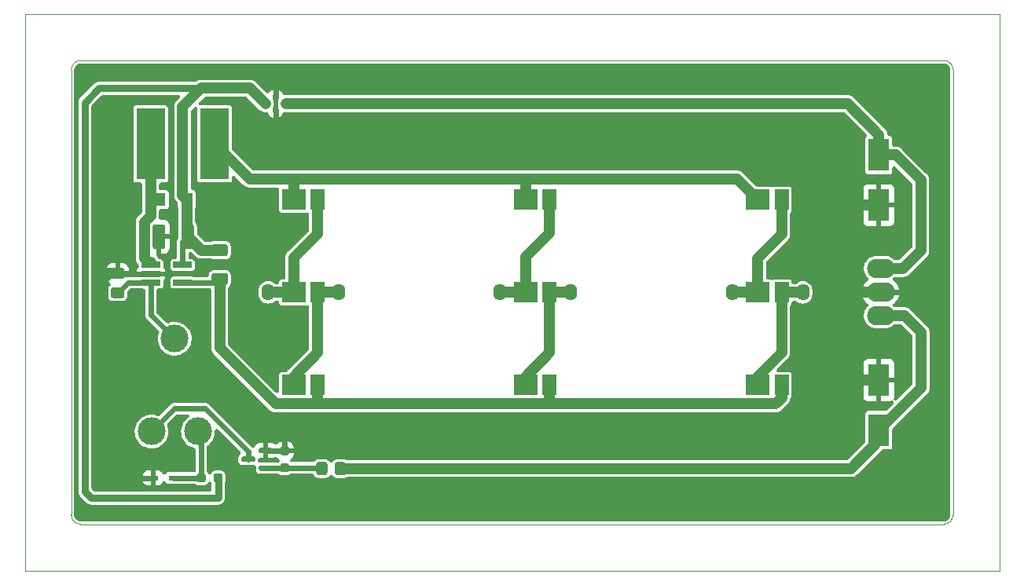
<source format=gbr>
%TF.GenerationSoftware,KiCad,Pcbnew,6.0.6*%
%TF.CreationDate,2023-02-10T16:39:26+01:00*%
%TF.ProjectId,led_ceiling_light,6c65645f-6365-4696-9c69-6e675f6c6967,rev?*%
%TF.SameCoordinates,Original*%
%TF.FileFunction,Copper,L1,Top*%
%TF.FilePolarity,Positive*%
%FSLAX46Y46*%
G04 Gerber Fmt 4.6, Leading zero omitted, Abs format (unit mm)*
G04 Created by KiCad (PCBNEW 6.0.6) date 2023-02-10 16:39:26*
%MOMM*%
%LPD*%
G01*
G04 APERTURE LIST*
%TA.AperFunction,Profile*%
%ADD10C,0.100000*%
%TD*%
%TA.AperFunction,SMDPad,CuDef*%
%ADD11R,2.500000X2.200000*%
%TD*%
%TA.AperFunction,SMDPad,CuDef*%
%ADD12R,1.550000X2.200000*%
%TD*%
%TA.AperFunction,SMDPad,CuDef*%
%ADD13R,3.100000X7.700000*%
%TD*%
%TA.AperFunction,ComponentPad*%
%ADD14C,3.000000*%
%TD*%
%TA.AperFunction,SMDPad,CuDef*%
%ADD15R,2.000000X0.650000*%
%TD*%
%TA.AperFunction,SMDPad,CuDef*%
%ADD16R,1.300000X1.400000*%
%TD*%
%TA.AperFunction,SMDPad,CuDef*%
%ADD17R,2.300000X3.500000*%
%TD*%
%TA.AperFunction,SMDPad,CuDef*%
%ADD18R,1.100000X0.600000*%
%TD*%
%TA.AperFunction,ComponentPad*%
%ADD19O,1.400000X1.800000*%
%TD*%
%TA.AperFunction,ComponentPad*%
%ADD20O,3.000000X2.100000*%
%TD*%
%TA.AperFunction,Conductor*%
%ADD21C,0.600000*%
%TD*%
%TA.AperFunction,Conductor*%
%ADD22C,1.200000*%
%TD*%
%TA.AperFunction,Conductor*%
%ADD23C,0.400000*%
%TD*%
%TA.AperFunction,Conductor*%
%ADD24C,0.800000*%
%TD*%
G04 APERTURE END LIST*
D10*
X194000000Y-110000000D02*
G75*
G03*
X195000000Y-109000000I0J1000000D01*
G01*
X100000000Y-109000000D02*
G75*
G03*
X101000000Y-110000000I1000000J0D01*
G01*
X95000000Y-55000000D02*
X200000000Y-55000000D01*
X200000000Y-55000000D02*
X200000000Y-115000000D01*
X200000000Y-115000000D02*
X95000000Y-115000000D01*
X95000000Y-115000000D02*
X95000000Y-55000000D01*
X100000000Y-109000000D02*
X100000000Y-61000000D01*
X195000000Y-61000000D02*
X195000000Y-109000000D01*
X194000000Y-110000000D02*
X101000000Y-110000000D01*
X195000000Y-61000000D02*
G75*
G03*
X194000000Y-60000000I-1000000J0D01*
G01*
X101000000Y-60000000D02*
X194000000Y-60000000D01*
X101000000Y-60000000D02*
G75*
G03*
X100000000Y-61000000I0J-1000000D01*
G01*
D11*
%TO.P,D11,1,K*%
%TO.N,Net-(D10-Pad2)*%
X173950000Y-95000000D03*
D12*
%TO.P,D11,2,A*%
%TO.N,Net-(D11-Pad2)*%
X176525000Y-95000000D03*
%TD*%
%TO.P,C3,1*%
%TO.N,GND*%
%TA.AperFunction,SMDPad,CuDef*%
G36*
G01*
X104525000Y-82375000D02*
X105475000Y-82375000D01*
G75*
G02*
X105725000Y-82625000I0J-250000D01*
G01*
X105725000Y-83300000D01*
G75*
G02*
X105475000Y-83550000I-250000J0D01*
G01*
X104525000Y-83550000D01*
G75*
G02*
X104275000Y-83300000I0J250000D01*
G01*
X104275000Y-82625000D01*
G75*
G02*
X104525000Y-82375000I250000J0D01*
G01*
G37*
%TD.AperFunction*%
%TO.P,C3,2*%
%TO.N,Net-(C3-Pad2)*%
%TA.AperFunction,SMDPad,CuDef*%
G36*
G01*
X104525000Y-84450000D02*
X105475000Y-84450000D01*
G75*
G02*
X105725000Y-84700000I0J-250000D01*
G01*
X105725000Y-85375000D01*
G75*
G02*
X105475000Y-85625000I-250000J0D01*
G01*
X104525000Y-85625000D01*
G75*
G02*
X104275000Y-85375000I0J250000D01*
G01*
X104275000Y-84700000D01*
G75*
G02*
X104525000Y-84450000I250000J0D01*
G01*
G37*
%TD.AperFunction*%
%TD*%
D11*
%TO.P,D9,1,K*%
%TO.N,Net-(D1-Pad1)*%
X173950000Y-75000000D03*
D12*
%TO.P,D9,2,A*%
%TO.N,Net-(D10-Pad1)*%
X176525000Y-75000000D03*
%TD*%
D13*
%TO.P,L1,1*%
%TO.N,Net-(D12-Pad2)*%
X108550000Y-69000000D03*
%TO.P,L1,2*%
%TO.N,Net-(D1-Pad1)*%
X115450000Y-69000000D03*
%TD*%
D11*
%TO.P,D6,1,K*%
%TO.N,Net-(D5-Pad2)*%
X148950000Y-85000000D03*
D12*
%TO.P,D6,2,A*%
%TO.N,Net-(D6-Pad2)*%
X151525000Y-85000000D03*
%TD*%
%TO.P,R5,1*%
%TO.N,Net-(D11-Pad2)*%
%TA.AperFunction,SMDPad,CuDef*%
G36*
G01*
X116625000Y-84200000D02*
X115375000Y-84200000D01*
G75*
G02*
X115125000Y-83950000I0J250000D01*
G01*
X115125000Y-83150000D01*
G75*
G02*
X115375000Y-82900000I250000J0D01*
G01*
X116625000Y-82900000D01*
G75*
G02*
X116875000Y-83150000I0J-250000D01*
G01*
X116875000Y-83950000D01*
G75*
G02*
X116625000Y-84200000I-250000J0D01*
G01*
G37*
%TD.AperFunction*%
%TO.P,R5,2*%
%TO.N,+12V*%
%TA.AperFunction,SMDPad,CuDef*%
G36*
G01*
X116625000Y-81100000D02*
X115375000Y-81100000D01*
G75*
G02*
X115125000Y-80850000I0J250000D01*
G01*
X115125000Y-80050000D01*
G75*
G02*
X115375000Y-79800000I250000J0D01*
G01*
X116625000Y-79800000D01*
G75*
G02*
X116875000Y-80050000I0J-250000D01*
G01*
X116875000Y-80850000D01*
G75*
G02*
X116625000Y-81100000I-250000J0D01*
G01*
G37*
%TD.AperFunction*%
%TD*%
D11*
%TO.P,D10,1,K*%
%TO.N,Net-(D10-Pad1)*%
X173950000Y-85000000D03*
D12*
%TO.P,D10,2,A*%
%TO.N,Net-(D10-Pad2)*%
X176525000Y-85000000D03*
%TD*%
%TO.P,C1,1,1*%
%TO.N,+12V*%
%TA.AperFunction,SMDPad,CuDef*%
G36*
G01*
X120500000Y-64879787D02*
X120500000Y-64420213D01*
G75*
G02*
X120670213Y-64250000I170213J0D01*
G01*
X121129787Y-64250000D01*
G75*
G02*
X121300000Y-64420213I0J-170213D01*
G01*
X121300000Y-64879787D01*
G75*
G02*
X121129787Y-65050000I-170213J0D01*
G01*
X120670213Y-65050000D01*
G75*
G02*
X120500000Y-64879787I0J170213D01*
G01*
G37*
%TD.AperFunction*%
%TO.P,C1,2,2*%
%TO.N,GND*%
%TA.AperFunction,SMDPad,CuDef*%
G36*
G01*
X121700000Y-65522340D02*
X121700000Y-65077660D01*
G75*
G02*
X121827660Y-64950000I127660J0D01*
G01*
X122172340Y-64950000D01*
G75*
G02*
X122300000Y-65077660I0J-127660D01*
G01*
X122300000Y-65522340D01*
G75*
G02*
X122172340Y-65650000I-127660J0D01*
G01*
X121827660Y-65650000D01*
G75*
G02*
X121700000Y-65522340I0J127660D01*
G01*
G37*
%TD.AperFunction*%
%TA.AperFunction,SMDPad,CuDef*%
G36*
G01*
X121700000Y-64222340D02*
X121700000Y-63777660D01*
G75*
G02*
X121827660Y-63650000I127660J0D01*
G01*
X122172340Y-63650000D01*
G75*
G02*
X122300000Y-63777660I0J-127660D01*
G01*
X122300000Y-64222340D01*
G75*
G02*
X122172340Y-64350000I-127660J0D01*
G01*
X121827660Y-64350000D01*
G75*
G02*
X121700000Y-64222340I0J127660D01*
G01*
G37*
%TD.AperFunction*%
%TO.P,C1,3,3*%
%TO.N,Net-(C1-Pad3)*%
%TA.AperFunction,SMDPad,CuDef*%
G36*
G01*
X122700000Y-64879787D02*
X122700000Y-64420213D01*
G75*
G02*
X122870213Y-64250000I170213J0D01*
G01*
X123329787Y-64250000D01*
G75*
G02*
X123500000Y-64420213I0J-170213D01*
G01*
X123500000Y-64879787D01*
G75*
G02*
X123329787Y-65050000I-170213J0D01*
G01*
X122870213Y-65050000D01*
G75*
G02*
X122700000Y-64879787I0J170213D01*
G01*
G37*
%TD.AperFunction*%
%TD*%
D14*
%TO.P,RV1,1,1*%
%TO.N,Net-(D13-Pad1)*%
X113650000Y-100000000D03*
%TO.P,RV1,2,2*%
%TO.N,Net-(C3-Pad2)*%
X111150000Y-90000000D03*
%TO.P,RV1,3,3*%
%TO.N,Net-(Q1-Pad3)*%
X108650000Y-100000000D03*
%TD*%
D11*
%TO.P,D7,1,K*%
%TO.N,Net-(D6-Pad2)*%
X148950000Y-95000000D03*
D12*
%TO.P,D7,2,A*%
%TO.N,Net-(D11-Pad2)*%
X151525000Y-95000000D03*
%TD*%
%TO.P,Q1,1,G*%
%TO.N,Net-(Q1-Pad1)*%
%TA.AperFunction,SMDPad,CuDef*%
G36*
G01*
X121675000Y-103800000D02*
X121675000Y-104100000D01*
G75*
G02*
X121525000Y-104250000I-150000J0D01*
G01*
X120350000Y-104250000D01*
G75*
G02*
X120200000Y-104100000I0J150000D01*
G01*
X120200000Y-103800000D01*
G75*
G02*
X120350000Y-103650000I150000J0D01*
G01*
X121525000Y-103650000D01*
G75*
G02*
X121675000Y-103800000I0J-150000D01*
G01*
G37*
%TD.AperFunction*%
%TO.P,Q1,2,S*%
%TO.N,GND*%
%TA.AperFunction,SMDPad,CuDef*%
G36*
G01*
X121675000Y-101900000D02*
X121675000Y-102200000D01*
G75*
G02*
X121525000Y-102350000I-150000J0D01*
G01*
X120350000Y-102350000D01*
G75*
G02*
X120200000Y-102200000I0J150000D01*
G01*
X120200000Y-101900000D01*
G75*
G02*
X120350000Y-101750000I150000J0D01*
G01*
X121525000Y-101750000D01*
G75*
G02*
X121675000Y-101900000I0J-150000D01*
G01*
G37*
%TD.AperFunction*%
%TO.P,Q1,3,D*%
%TO.N,Net-(Q1-Pad3)*%
%TA.AperFunction,SMDPad,CuDef*%
G36*
G01*
X119800000Y-102850000D02*
X119800000Y-103150000D01*
G75*
G02*
X119650000Y-103300000I-150000J0D01*
G01*
X118475000Y-103300000D01*
G75*
G02*
X118325000Y-103150000I0J150000D01*
G01*
X118325000Y-102850000D01*
G75*
G02*
X118475000Y-102700000I150000J0D01*
G01*
X119650000Y-102700000D01*
G75*
G02*
X119800000Y-102850000I0J-150000D01*
G01*
G37*
%TD.AperFunction*%
%TD*%
D15*
%TO.P,U1,1,Lx*%
%TO.N,Net-(D12-Pad2)*%
X108580000Y-82050000D03*
%TO.P,U1,2,GND*%
%TO.N,GND*%
X108580000Y-83000000D03*
%TO.P,U1,3,Vset*%
%TO.N,Net-(C3-Pad2)*%
X108580000Y-83950000D03*
%TO.P,U1,4,Isense*%
%TO.N,Net-(D11-Pad2)*%
X112000000Y-83950000D03*
%TO.P,U1,5,Vin*%
%TO.N,+12V*%
X112000000Y-82050000D03*
%TD*%
%TO.P,R6,1*%
%TO.N,Net-(D8-Pad1)*%
%TA.AperFunction,SMDPad,CuDef*%
G36*
G01*
X129600000Y-103550000D02*
X129600000Y-104450000D01*
G75*
G02*
X129350000Y-104700000I-250000J0D01*
G01*
X128650000Y-104700000D01*
G75*
G02*
X128400000Y-104450000I0J250000D01*
G01*
X128400000Y-103550000D01*
G75*
G02*
X128650000Y-103300000I250000J0D01*
G01*
X129350000Y-103300000D01*
G75*
G02*
X129600000Y-103550000I0J-250000D01*
G01*
G37*
%TD.AperFunction*%
%TO.P,R6,2*%
%TO.N,Net-(Q1-Pad1)*%
%TA.AperFunction,SMDPad,CuDef*%
G36*
G01*
X127600000Y-103550000D02*
X127600000Y-104450000D01*
G75*
G02*
X127350000Y-104700000I-250000J0D01*
G01*
X126650000Y-104700000D01*
G75*
G02*
X126400000Y-104450000I0J250000D01*
G01*
X126400000Y-103550000D01*
G75*
G02*
X126650000Y-103300000I250000J0D01*
G01*
X127350000Y-103300000D01*
G75*
G02*
X127600000Y-103550000I0J-250000D01*
G01*
G37*
%TD.AperFunction*%
%TD*%
D11*
%TO.P,D5,1,K*%
%TO.N,Net-(D1-Pad1)*%
X148950000Y-75000000D03*
D12*
%TO.P,D5,2,A*%
%TO.N,Net-(D5-Pad2)*%
X151525000Y-75000000D03*
%TD*%
D11*
%TO.P,D3,1,K*%
%TO.N,Net-(D2-Pad2)*%
X123950000Y-95000000D03*
D12*
%TO.P,D3,2,A*%
%TO.N,Net-(D11-Pad2)*%
X126525000Y-95000000D03*
%TD*%
D16*
%TO.P,D12,1,K*%
%TO.N,+12V*%
X112450000Y-75000000D03*
%TO.P,D12,2,A*%
%TO.N,Net-(D12-Pad2)*%
X109550000Y-75000000D03*
%TD*%
%TO.P,R4,1*%
%TO.N,+12V*%
%TA.AperFunction,SMDPad,CuDef*%
G36*
G01*
X116312500Y-104762500D02*
X116312500Y-105237500D01*
G75*
G02*
X116075000Y-105475000I-237500J0D01*
G01*
X115575000Y-105475000D01*
G75*
G02*
X115337500Y-105237500I0J237500D01*
G01*
X115337500Y-104762500D01*
G75*
G02*
X115575000Y-104525000I237500J0D01*
G01*
X116075000Y-104525000D01*
G75*
G02*
X116312500Y-104762500I0J-237500D01*
G01*
G37*
%TD.AperFunction*%
%TO.P,R4,2*%
%TO.N,Net-(D13-Pad1)*%
%TA.AperFunction,SMDPad,CuDef*%
G36*
G01*
X114487500Y-104762500D02*
X114487500Y-105237500D01*
G75*
G02*
X114250000Y-105475000I-237500J0D01*
G01*
X113750000Y-105475000D01*
G75*
G02*
X113512500Y-105237500I0J237500D01*
G01*
X113512500Y-104762500D01*
G75*
G02*
X113750000Y-104525000I237500J0D01*
G01*
X114250000Y-104525000D01*
G75*
G02*
X114487500Y-104762500I0J-237500D01*
G01*
G37*
%TD.AperFunction*%
%TD*%
%TO.P,C2,1*%
%TO.N,GND*%
%TA.AperFunction,SMDPad,CuDef*%
G36*
G01*
X108775000Y-80100000D02*
X108775000Y-77900000D01*
G75*
G02*
X109025000Y-77650000I250000J0D01*
G01*
X109850000Y-77650000D01*
G75*
G02*
X110100000Y-77900000I0J-250000D01*
G01*
X110100000Y-80100000D01*
G75*
G02*
X109850000Y-80350000I-250000J0D01*
G01*
X109025000Y-80350000D01*
G75*
G02*
X108775000Y-80100000I0J250000D01*
G01*
G37*
%TD.AperFunction*%
%TO.P,C2,2*%
%TO.N,+12V*%
%TA.AperFunction,SMDPad,CuDef*%
G36*
G01*
X111900000Y-80100000D02*
X111900000Y-77900000D01*
G75*
G02*
X112150000Y-77650000I250000J0D01*
G01*
X112975000Y-77650000D01*
G75*
G02*
X113225000Y-77900000I0J-250000D01*
G01*
X113225000Y-80100000D01*
G75*
G02*
X112975000Y-80350000I-250000J0D01*
G01*
X112150000Y-80350000D01*
G75*
G02*
X111900000Y-80100000I0J250000D01*
G01*
G37*
%TD.AperFunction*%
%TD*%
D17*
%TO.P,D4,1,A1*%
%TO.N,Net-(C1-Pad3)*%
X187000000Y-70198000D03*
%TO.P,D4,2,A2*%
%TO.N,GND*%
X187000000Y-75598000D03*
%TD*%
D11*
%TO.P,D2,1,K*%
%TO.N,Net-(D1-Pad2)*%
X123950000Y-85000000D03*
D12*
%TO.P,D2,2,A*%
%TO.N,Net-(D2-Pad2)*%
X126525000Y-85000000D03*
%TD*%
D18*
%TO.P,D13,1,K*%
%TO.N,Net-(D13-Pad1)*%
X111000000Y-105000000D03*
%TO.P,D13,2,A*%
%TO.N,GND*%
X108800000Y-105000000D03*
%TD*%
%TO.P,R7,1*%
%TO.N,Net-(Q1-Pad1)*%
%TA.AperFunction,SMDPad,CuDef*%
G36*
G01*
X123237500Y-104400000D02*
X122762500Y-104400000D01*
G75*
G02*
X122525000Y-104162500I0J237500D01*
G01*
X122525000Y-103662500D01*
G75*
G02*
X122762500Y-103425000I237500J0D01*
G01*
X123237500Y-103425000D01*
G75*
G02*
X123475000Y-103662500I0J-237500D01*
G01*
X123475000Y-104162500D01*
G75*
G02*
X123237500Y-104400000I-237500J0D01*
G01*
G37*
%TD.AperFunction*%
%TO.P,R7,2*%
%TO.N,GND*%
%TA.AperFunction,SMDPad,CuDef*%
G36*
G01*
X123237500Y-102575000D02*
X122762500Y-102575000D01*
G75*
G02*
X122525000Y-102337500I0J237500D01*
G01*
X122525000Y-101837500D01*
G75*
G02*
X122762500Y-101600000I237500J0D01*
G01*
X123237500Y-101600000D01*
G75*
G02*
X123475000Y-101837500I0J-237500D01*
G01*
X123475000Y-102337500D01*
G75*
G02*
X123237500Y-102575000I-237500J0D01*
G01*
G37*
%TD.AperFunction*%
%TD*%
D11*
%TO.P,D1,1,K*%
%TO.N,Net-(D1-Pad1)*%
X123950000Y-75000000D03*
D12*
%TO.P,D1,2,A*%
%TO.N,Net-(D1-Pad2)*%
X126525000Y-75000000D03*
%TD*%
D17*
%TO.P,D8,1,A1*%
%TO.N,Net-(D8-Pad1)*%
X187000000Y-99855000D03*
%TO.P,D8,2,A2*%
%TO.N,GND*%
X187000000Y-94455000D03*
%TD*%
D19*
%TO.P,R1,1*%
%TO.N,Net-(D1-Pad2)*%
X121200000Y-85000000D03*
%TO.P,R1,2*%
%TO.N,Net-(D2-Pad2)*%
X128820000Y-85000000D03*
%TD*%
%TO.P,R3,1*%
%TO.N,Net-(D10-Pad1)*%
X171200000Y-85000000D03*
%TO.P,R3,2*%
%TO.N,Net-(D10-Pad2)*%
X178820000Y-85000000D03*
%TD*%
%TO.P,R2,1*%
%TO.N,Net-(D5-Pad2)*%
X146200000Y-85000000D03*
%TO.P,R2,2*%
%TO.N,Net-(D6-Pad2)*%
X153820000Y-85000000D03*
%TD*%
D20*
%TO.P,J1,1,Pin_1*%
%TO.N,Net-(C1-Pad3)*%
X187198000Y-82423000D03*
%TO.P,J1,2,Pin_2*%
%TO.N,GND*%
X187198000Y-84963000D03*
%TO.P,J1,3,Pin_3*%
%TO.N,Net-(D8-Pad1)*%
X187198000Y-87503000D03*
%TD*%
D21*
%TO.N,GND*%
X120937500Y-102050000D02*
X122962500Y-102050000D01*
D22*
X123246361Y-100246361D02*
X120246361Y-100246361D01*
D21*
X181991000Y-81700000D02*
X181991000Y-71991000D01*
X190863000Y-84963000D02*
X187198000Y-84963000D01*
X122912000Y-62000000D02*
X187388500Y-62000000D01*
D22*
X102783000Y-90783000D02*
X102783000Y-84217000D01*
X179407639Y-100246361D02*
X123246361Y-100246361D01*
X182118000Y-83058000D02*
X184023000Y-84963000D01*
X184023000Y-95631000D02*
X179407639Y-100246361D01*
D21*
X177000000Y-67000000D02*
X122626000Y-67000000D01*
X108580000Y-83000000D02*
X105037500Y-83000000D01*
D22*
X102783000Y-84217000D02*
X104037500Y-82962500D01*
D21*
X106778000Y-105000000D02*
X103765000Y-101987000D01*
X187388500Y-62000000D02*
X192913000Y-67524500D01*
X122000000Y-64000000D02*
X122000000Y-62912000D01*
D22*
X184023000Y-84963000D02*
X187198000Y-84963000D01*
D23*
X122000000Y-65300000D02*
X122000000Y-64000000D01*
D21*
X122000000Y-66374000D02*
X122000000Y-65300000D01*
D22*
X182118000Y-77216000D02*
X182118000Y-83058000D01*
D21*
X123000000Y-102087500D02*
X123000000Y-100492722D01*
X108800000Y-105000000D02*
X106778000Y-105000000D01*
X122000000Y-62912000D02*
X122912000Y-62000000D01*
D22*
X187000000Y-94455000D02*
X184498000Y-94455000D01*
X103000000Y-91000000D02*
X102783000Y-90783000D01*
D21*
X192913000Y-82913000D02*
X190863000Y-84963000D01*
D22*
X187000000Y-75598000D02*
X183736000Y-75598000D01*
X120246361Y-100246361D02*
X112710000Y-92710000D01*
X104037500Y-82962500D02*
X105000000Y-82962500D01*
D21*
X123000000Y-100492722D02*
X123246361Y-100246361D01*
X103765000Y-91765000D02*
X103000000Y-91000000D01*
X122626000Y-67000000D02*
X122000000Y-66374000D01*
X192913000Y-67524500D02*
X192913000Y-82913000D01*
D22*
X184498000Y-94455000D02*
X184023000Y-93980000D01*
X184023000Y-84963000D02*
X184023000Y-93980000D01*
X184023000Y-93980000D02*
X184023000Y-95631000D01*
D21*
X103765000Y-101987000D02*
X103765000Y-91765000D01*
D22*
X183736000Y-75598000D02*
X182118000Y-77216000D01*
D21*
X181991000Y-71991000D02*
X177000000Y-67000000D01*
D22*
X104710000Y-92710000D02*
X103000000Y-91000000D01*
X112710000Y-92710000D02*
X104710000Y-92710000D01*
%TO.N,Net-(C1-Pad3)*%
X187000000Y-68000000D02*
X183650000Y-64650000D01*
X191516000Y-80518000D02*
X189611000Y-82423000D01*
X189611000Y-82423000D02*
X187198000Y-82423000D01*
X183650000Y-64650000D02*
X123100000Y-64650000D01*
X187000000Y-68000000D02*
X187000000Y-70198000D01*
X188816000Y-70198000D02*
X191516000Y-72898000D01*
X191516000Y-72898000D02*
X191516000Y-80518000D01*
X187000000Y-70198000D02*
X188816000Y-70198000D01*
%TO.N,+12V*%
X119250000Y-63000000D02*
X120900000Y-64650000D01*
D24*
X103000000Y-63000000D02*
X114000000Y-63000000D01*
X101473000Y-106473000D02*
X101473000Y-64527000D01*
X115825000Y-107175000D02*
X102175000Y-107175000D01*
D22*
X112450000Y-75000000D02*
X112450000Y-78887500D01*
D24*
X102175000Y-107175000D02*
X101473000Y-106473000D01*
D21*
X112000000Y-79562500D02*
X112562500Y-79000000D01*
D24*
X101473000Y-64527000D02*
X103000000Y-63000000D01*
X115825000Y-105000000D02*
X115825000Y-107175000D01*
D22*
X112000000Y-74550000D02*
X112450000Y-75000000D01*
X112450000Y-78887500D02*
X112562500Y-79000000D01*
X112000000Y-65000000D02*
X112000000Y-74550000D01*
X112000000Y-65000000D02*
X114000000Y-63000000D01*
D21*
X112000000Y-82050000D02*
X112000000Y-79562500D01*
D22*
X114012500Y-80450000D02*
X112562500Y-79000000D01*
X116000000Y-80450000D02*
X114012500Y-80450000D01*
X114000000Y-63000000D02*
X119250000Y-63000000D01*
D21*
%TO.N,Net-(C3-Pad2)*%
X108580000Y-83950000D02*
X108580000Y-87430000D01*
X108580000Y-87430000D02*
X111150000Y-90000000D01*
X106087500Y-83950000D02*
X105000000Y-85037500D01*
X108580000Y-83950000D02*
X106087500Y-83950000D01*
D22*
%TO.N,Net-(D1-Pad1)*%
X123950000Y-72773000D02*
X123952000Y-72771000D01*
X173950000Y-75000000D02*
X171721000Y-72771000D01*
X124587000Y-72771000D02*
X119221000Y-72771000D01*
X123950000Y-75000000D02*
X123950000Y-72773000D01*
X119221000Y-72771000D02*
X115450000Y-69000000D01*
X148950000Y-75000000D02*
X148950000Y-73130000D01*
X148950000Y-73130000D02*
X148910000Y-73090000D01*
X123952000Y-72771000D02*
X149229000Y-72771000D01*
X171721000Y-72771000D02*
X149229000Y-72771000D01*
X149229000Y-72771000D02*
X148910000Y-73090000D01*
%TO.N,Net-(D1-Pad2)*%
X123950000Y-85000000D02*
X121200000Y-85000000D01*
X126525000Y-75000000D02*
X126525000Y-78707000D01*
X126525000Y-78707000D02*
X123950000Y-81282000D01*
X123950000Y-81282000D02*
X123950000Y-85000000D01*
%TO.N,Net-(D2-Pad2)*%
X126525000Y-91505000D02*
X123950000Y-94080000D01*
X126525000Y-91505000D02*
X126525000Y-85000000D01*
X126525000Y-85000000D02*
X128820000Y-85000000D01*
X123950000Y-94080000D02*
X123950000Y-95000000D01*
%TO.N,Net-(D11-Pad2)*%
X116000000Y-91020000D02*
X116000000Y-83550000D01*
X126525000Y-95000000D02*
X126525000Y-96525000D01*
X151525000Y-95000000D02*
X151525000Y-96525000D01*
D21*
X115600000Y-83950000D02*
X116000000Y-83550000D01*
X112000000Y-83950000D02*
X115600000Y-83950000D01*
D22*
X176525000Y-96395000D02*
X175892000Y-97028000D01*
X176525000Y-95000000D02*
X176525000Y-96395000D01*
X122008000Y-97028000D02*
X175892000Y-97028000D01*
X122008000Y-97028000D02*
X116000000Y-91020000D01*
%TO.N,Net-(D8-Pad1)*%
X189738000Y-87503000D02*
X187198000Y-87503000D01*
X191560521Y-95294479D02*
X191560521Y-89325521D01*
X129000000Y-104000000D02*
X184000000Y-104000000D01*
X191560521Y-89325521D02*
X189738000Y-87503000D01*
X187000000Y-99855000D02*
X191560521Y-95294479D01*
X184000000Y-104000000D02*
X187000000Y-101000000D01*
%TO.N,Net-(D5-Pad2)*%
X148950000Y-81174000D02*
X148950000Y-85000000D01*
X151525000Y-78599000D02*
X148950000Y-81174000D01*
X151525000Y-75000000D02*
X151525000Y-78599000D01*
X146200000Y-85000000D02*
X148950000Y-85000000D01*
%TO.N,Net-(D6-Pad2)*%
X151525000Y-85000000D02*
X153820000Y-85000000D01*
X151525000Y-91505000D02*
X148950000Y-94080000D01*
X151525000Y-91505000D02*
X151525000Y-85000000D01*
X148950000Y-94080000D02*
X148950000Y-95000000D01*
%TO.N,Net-(D10-Pad1)*%
X176525000Y-78745000D02*
X173950000Y-81320000D01*
X171200000Y-85000000D02*
X173950000Y-85000000D01*
X176525000Y-75000000D02*
X176525000Y-78745000D01*
X173950000Y-81320000D02*
X173950000Y-85000000D01*
D21*
%TO.N,Net-(Q1-Pad1)*%
X123000000Y-103912500D02*
X126912500Y-103912500D01*
X120937500Y-103950000D02*
X122962500Y-103950000D01*
%TO.N,Net-(Q1-Pad3)*%
X119062500Y-102171500D02*
X119062500Y-103000000D01*
X114427000Y-97536000D02*
X119062500Y-102171500D01*
X111114000Y-97536000D02*
X114427000Y-97536000D01*
X108650000Y-100000000D02*
X111114000Y-97536000D01*
D22*
%TO.N,Net-(D10-Pad2)*%
X176525000Y-85000000D02*
X178820000Y-85000000D01*
X176525000Y-91505000D02*
X173950000Y-94080000D01*
X173950000Y-94080000D02*
X173950000Y-95000000D01*
X176525000Y-91505000D02*
X176525000Y-85000000D01*
%TO.N,Net-(D12-Pad2)*%
X107865000Y-77419512D02*
X107865000Y-81335000D01*
X108550000Y-76734512D02*
X107865000Y-77419512D01*
X108550000Y-69000000D02*
X108550000Y-76734512D01*
D21*
X108580000Y-82050000D02*
X108580000Y-81580000D01*
D22*
X108295000Y-81765000D02*
X108580000Y-81765000D01*
D21*
X108580000Y-81580000D02*
X107965000Y-80965000D01*
D22*
X107865000Y-81335000D02*
X108295000Y-81765000D01*
D21*
%TO.N,Net-(D13-Pad1)*%
X114000000Y-105000000D02*
X111000000Y-105000000D01*
X114000000Y-105000000D02*
X114000000Y-100350000D01*
%TD*%
%TA.AperFunction,Conductor*%
%TO.N,GND*%
G36*
X193975623Y-60312267D02*
G01*
X193982855Y-60312267D01*
X194000000Y-60315290D01*
X194015188Y-60312612D01*
X194027663Y-60313225D01*
X194048630Y-60315290D01*
X194115013Y-60321828D01*
X194153272Y-60329439D01*
X194199187Y-60343367D01*
X194245105Y-60357296D01*
X194281143Y-60372223D01*
X194328598Y-60397588D01*
X194365782Y-60417464D01*
X194398214Y-60439134D01*
X194472404Y-60500020D01*
X194499980Y-60527596D01*
X194554297Y-60593781D01*
X194560865Y-60601784D01*
X194582536Y-60634218D01*
X194627777Y-60718857D01*
X194642705Y-60754897D01*
X194670561Y-60846728D01*
X194678172Y-60884988D01*
X194686775Y-60972337D01*
X194687388Y-60984812D01*
X194684710Y-61000000D01*
X194687733Y-61017145D01*
X194687733Y-61024377D01*
X194689500Y-61044576D01*
X194689500Y-108955424D01*
X194687733Y-108975623D01*
X194687733Y-108982855D01*
X194684710Y-109000000D01*
X194687388Y-109015188D01*
X194686775Y-109027663D01*
X194678172Y-109115012D01*
X194670561Y-109153272D01*
X194642705Y-109245103D01*
X194627777Y-109281143D01*
X194602412Y-109328598D01*
X194582536Y-109365782D01*
X194560866Y-109398214D01*
X194499980Y-109472404D01*
X194472404Y-109499980D01*
X194398216Y-109560865D01*
X194365782Y-109582536D01*
X194339108Y-109596794D01*
X194281143Y-109627777D01*
X194245105Y-109642704D01*
X194199187Y-109656633D01*
X194153272Y-109670561D01*
X194115013Y-109678172D01*
X194076356Y-109681979D01*
X194027663Y-109686775D01*
X194015188Y-109687388D01*
X194000000Y-109684710D01*
X193982855Y-109687733D01*
X193975623Y-109687733D01*
X193955424Y-109689500D01*
X101044576Y-109689500D01*
X101024377Y-109687733D01*
X101017145Y-109687733D01*
X101000000Y-109684710D01*
X100984812Y-109687388D01*
X100972337Y-109686775D01*
X100923644Y-109681979D01*
X100884987Y-109678172D01*
X100846728Y-109670561D01*
X100800813Y-109656633D01*
X100754895Y-109642704D01*
X100718857Y-109627777D01*
X100660892Y-109596794D01*
X100634218Y-109582536D01*
X100601784Y-109560865D01*
X100527596Y-109499980D01*
X100500020Y-109472404D01*
X100439134Y-109398214D01*
X100417464Y-109365782D01*
X100397588Y-109328598D01*
X100372223Y-109281143D01*
X100357295Y-109245103D01*
X100329439Y-109153272D01*
X100321828Y-109115012D01*
X100313225Y-109027663D01*
X100312612Y-109015188D01*
X100315290Y-109000000D01*
X100312267Y-108982855D01*
X100312267Y-108975623D01*
X100310500Y-108955424D01*
X100310500Y-106510458D01*
X100758263Y-106510458D01*
X100760325Y-106522271D01*
X100768952Y-106571701D01*
X100770474Y-106582009D01*
X100776500Y-106631811D01*
X100776501Y-106631815D01*
X100777942Y-106643723D01*
X100782183Y-106654946D01*
X100783809Y-106661567D01*
X100785767Y-106668052D01*
X100787829Y-106679866D01*
X100792650Y-106690849D01*
X100792651Y-106690851D01*
X100812819Y-106736794D01*
X100816755Y-106746440D01*
X100834485Y-106793362D01*
X100834488Y-106793367D01*
X100838728Y-106804589D01*
X100845525Y-106814479D01*
X100848675Y-106820503D01*
X100852131Y-106826348D01*
X100856952Y-106837330D01*
X100864253Y-106846846D01*
X100864256Y-106846850D01*
X100894800Y-106886657D01*
X100900921Y-106895082D01*
X100929336Y-106936425D01*
X100936132Y-106946313D01*
X100981218Y-106986483D01*
X100989551Y-106994350D01*
X101650345Y-107655144D01*
X101659591Y-107665041D01*
X101696091Y-107706882D01*
X101705909Y-107713782D01*
X101746957Y-107742632D01*
X101755319Y-107748842D01*
X101804239Y-107787200D01*
X101815177Y-107792138D01*
X101820992Y-107795660D01*
X101826972Y-107798867D01*
X101836787Y-107805765D01*
X101847962Y-107810122D01*
X101847964Y-107810123D01*
X101894720Y-107828353D01*
X101904318Y-107832387D01*
X101960971Y-107857967D01*
X101972765Y-107860153D01*
X101979239Y-107862182D01*
X101985829Y-107863874D01*
X101997008Y-107868232D01*
X102041473Y-107874086D01*
X102058623Y-107876344D01*
X102068913Y-107877973D01*
X102118269Y-107887121D01*
X102118272Y-107887121D01*
X102130060Y-107889306D01*
X102142030Y-107888616D01*
X102142033Y-107888616D01*
X102190340Y-107885830D01*
X102201796Y-107885500D01*
X115816134Y-107885500D01*
X115817176Y-107885503D01*
X115907263Y-107885975D01*
X115918921Y-107883176D01*
X115918923Y-107883176D01*
X115925029Y-107881710D01*
X115939893Y-107878142D01*
X115962414Y-107874089D01*
X115995723Y-107870058D01*
X116006942Y-107865819D01*
X116006945Y-107865818D01*
X116022627Y-107859892D01*
X116046510Y-107852545D01*
X116062812Y-107848631D01*
X116062811Y-107848631D01*
X116074479Y-107845830D01*
X116085141Y-107840327D01*
X116104285Y-107830446D01*
X116125214Y-107821128D01*
X116145361Y-107813515D01*
X116145364Y-107813514D01*
X116156589Y-107809272D01*
X116166482Y-107802473D01*
X116180297Y-107792979D01*
X116201736Y-107780148D01*
X116216633Y-107772459D01*
X116216638Y-107772456D01*
X116227293Y-107766956D01*
X116252569Y-107744907D01*
X116270663Y-107730872D01*
X116298313Y-107711868D01*
X116308646Y-107700271D01*
X116317444Y-107690396D01*
X116335212Y-107672813D01*
X116347839Y-107661798D01*
X116347841Y-107661796D01*
X116356882Y-107653909D01*
X116376170Y-107626466D01*
X116390397Y-107608515D01*
X116404728Y-107592430D01*
X116412711Y-107583470D01*
X116418325Y-107572866D01*
X116418329Y-107572861D01*
X116426168Y-107558055D01*
X116439225Y-107536747D01*
X116448866Y-107523029D01*
X116455765Y-107513213D01*
X116460122Y-107502038D01*
X116460124Y-107502034D01*
X116467951Y-107481957D01*
X116477489Y-107461125D01*
X116487564Y-107442098D01*
X116487566Y-107442093D01*
X116493180Y-107431490D01*
X116500186Y-107403598D01*
X116507784Y-107379791D01*
X116513874Y-107364172D01*
X116513876Y-107364165D01*
X116518232Y-107352992D01*
X116522612Y-107319720D01*
X116526903Y-107297231D01*
X116535074Y-107264703D01*
X116535287Y-107224086D01*
X116535318Y-107223215D01*
X116535500Y-107221832D01*
X116535500Y-107183866D01*
X116535503Y-107182823D01*
X116535950Y-107097506D01*
X116535975Y-107092737D01*
X116535580Y-107091093D01*
X116535500Y-107089699D01*
X116535500Y-105595505D01*
X116554512Y-105512209D01*
X116556914Y-105509044D01*
X116595970Y-105410399D01*
X116607482Y-105381324D01*
X116607482Y-105381322D01*
X116612185Y-105369445D01*
X116623000Y-105280074D01*
X116623000Y-104719926D01*
X116612185Y-104630555D01*
X116600480Y-104600990D01*
X116561906Y-104503564D01*
X116561905Y-104503563D01*
X116556914Y-104490956D01*
X116466138Y-104371362D01*
X116346544Y-104280586D01*
X116290327Y-104258328D01*
X116218824Y-104230018D01*
X116218822Y-104230018D01*
X116206945Y-104225315D01*
X116194262Y-104223780D01*
X116194261Y-104223780D01*
X116183290Y-104222453D01*
X116117574Y-104214500D01*
X115532426Y-104214500D01*
X115466710Y-104222453D01*
X115455739Y-104223780D01*
X115455738Y-104223780D01*
X115443055Y-104225315D01*
X115431178Y-104230018D01*
X115431176Y-104230018D01*
X115359673Y-104258328D01*
X115303456Y-104280586D01*
X115183862Y-104371362D01*
X115093086Y-104490956D01*
X115088093Y-104503566D01*
X115085871Y-104507510D01*
X115026315Y-104573058D01*
X114944217Y-104606275D01*
X114855837Y-104600581D01*
X114778680Y-104557105D01*
X114739129Y-104507510D01*
X114736907Y-104503566D01*
X114731914Y-104490956D01*
X114650990Y-104384341D01*
X114614485Y-104303652D01*
X114610500Y-104264027D01*
X114610500Y-101645718D01*
X114630207Y-101559375D01*
X114685426Y-101490134D01*
X114704784Y-101476497D01*
X114710888Y-101472720D01*
X114710890Y-101472718D01*
X114717169Y-101468833D01*
X114722806Y-101464061D01*
X114722809Y-101464059D01*
X114916918Y-101299733D01*
X114922555Y-101294961D01*
X114965972Y-101245454D01*
X115095115Y-101098194D01*
X115099984Y-101092642D01*
X115171520Y-100981427D01*
X115241570Y-100872522D01*
X115241573Y-100872517D01*
X115245560Y-100866318D01*
X115356084Y-100620964D01*
X115429129Y-100361968D01*
X115430060Y-100354653D01*
X115430061Y-100354646D01*
X115462459Y-100099972D01*
X115463089Y-100095020D01*
X115465577Y-100000000D01*
X115461500Y-99945129D01*
X115460165Y-99927171D01*
X115473420Y-99839606D01*
X115523355Y-99766462D01*
X115600080Y-99722228D01*
X115688400Y-99715665D01*
X115770821Y-99748072D01*
X115799332Y-99771710D01*
X118213825Y-102186202D01*
X118260944Y-102261190D01*
X118270860Y-102349197D01*
X118241609Y-102432790D01*
X118191342Y-102486986D01*
X118157663Y-102511862D01*
X118145699Y-102520699D01*
X118063429Y-102632084D01*
X118017547Y-102762736D01*
X118014500Y-102794969D01*
X118014501Y-103205030D01*
X118017547Y-103237264D01*
X118063429Y-103367916D01*
X118145699Y-103479301D01*
X118257084Y-103561571D01*
X118387736Y-103607453D01*
X118419969Y-103610500D01*
X118985981Y-103610500D01*
X118999025Y-103611732D01*
X118999071Y-103611006D01*
X119011558Y-103611791D01*
X119023862Y-103614138D01*
X119075445Y-103610892D01*
X119087943Y-103610499D01*
X119690500Y-103610499D01*
X119776843Y-103630206D01*
X119846084Y-103685425D01*
X119884511Y-103765217D01*
X119889500Y-103809498D01*
X119889501Y-104155030D01*
X119892547Y-104187264D01*
X119938429Y-104317916D01*
X120020699Y-104429301D01*
X120132084Y-104511571D01*
X120262736Y-104557453D01*
X120294969Y-104560500D01*
X122313432Y-104560500D01*
X122399775Y-104580207D01*
X122433746Y-104600990D01*
X122466093Y-104625542D01*
X122490956Y-104644414D01*
X122541352Y-104664367D01*
X122618676Y-104694982D01*
X122618678Y-104694982D01*
X122630555Y-104699685D01*
X122643238Y-104701220D01*
X122643239Y-104701220D01*
X122654210Y-104702547D01*
X122719926Y-104710500D01*
X123280074Y-104710500D01*
X123345790Y-104702547D01*
X123356761Y-104701220D01*
X123356762Y-104701220D01*
X123369445Y-104699685D01*
X123381322Y-104694982D01*
X123381324Y-104694982D01*
X123496436Y-104649406D01*
X123496437Y-104649405D01*
X123509044Y-104644414D01*
X123615659Y-104563490D01*
X123696348Y-104526985D01*
X123735973Y-104523000D01*
X125940588Y-104523000D01*
X126026931Y-104542707D01*
X126096172Y-104597926D01*
X126124439Y-104645845D01*
X126155409Y-104720613D01*
X126155413Y-104720620D01*
X126160404Y-104732669D01*
X126168345Y-104743018D01*
X126242306Y-104839406D01*
X126250246Y-104849754D01*
X126367332Y-104939596D01*
X126379381Y-104944587D01*
X126399781Y-104953037D01*
X126503680Y-104996074D01*
X126516608Y-104997776D01*
X126606807Y-105009651D01*
X126606813Y-105009651D01*
X126613259Y-105010500D01*
X126999970Y-105010500D01*
X127386740Y-105010499D01*
X127433566Y-105004335D01*
X127483392Y-104997776D01*
X127483393Y-104997776D01*
X127496320Y-104996074D01*
X127632669Y-104939596D01*
X127719063Y-104873304D01*
X127739408Y-104857693D01*
X127739409Y-104857692D01*
X127749754Y-104849754D01*
X127839596Y-104732668D01*
X127841984Y-104734500D01*
X127887889Y-104685021D01*
X127970328Y-104652660D01*
X128058645Y-104659274D01*
X128135345Y-104703551D01*
X128159266Y-104733542D01*
X128160404Y-104732669D01*
X128242306Y-104839406D01*
X128250246Y-104849754D01*
X128367332Y-104939596D01*
X128379381Y-104944587D01*
X128399781Y-104953037D01*
X128503680Y-104996074D01*
X128516608Y-104997776D01*
X128606807Y-105009651D01*
X128606813Y-105009651D01*
X128613259Y-105010500D01*
X128999970Y-105010500D01*
X129386740Y-105010499D01*
X129433566Y-105004335D01*
X129483392Y-104997776D01*
X129483393Y-104997776D01*
X129496320Y-104996074D01*
X129632669Y-104939596D01*
X129637431Y-104935942D01*
X129718112Y-104911056D01*
X129732982Y-104910500D01*
X183912685Y-104910500D01*
X183935648Y-104912307D01*
X183941786Y-104912629D01*
X183952086Y-104914260D01*
X184018621Y-104910773D01*
X184029036Y-104910500D01*
X184047715Y-104910500D01*
X184052889Y-104909956D01*
X184052892Y-104909956D01*
X184066300Y-104908547D01*
X184076685Y-104907730D01*
X184132801Y-104904789D01*
X184132802Y-104904789D01*
X184143218Y-104904243D01*
X184153293Y-104901543D01*
X184159376Y-104900580D01*
X184173972Y-104897875D01*
X184179977Y-104896599D01*
X184190346Y-104895509D01*
X184200258Y-104892289D01*
X184200265Y-104892287D01*
X184253745Y-104874910D01*
X184263696Y-104871962D01*
X184328092Y-104854707D01*
X184337382Y-104849974D01*
X184343112Y-104847774D01*
X184356815Y-104842098D01*
X184362450Y-104839589D01*
X184372373Y-104836365D01*
X184381406Y-104831150D01*
X184381412Y-104831147D01*
X184430085Y-104803045D01*
X184439242Y-104798073D01*
X184489332Y-104772551D01*
X184489336Y-104772549D01*
X184498626Y-104767815D01*
X184506730Y-104761252D01*
X184511877Y-104757910D01*
X184524107Y-104749505D01*
X184529094Y-104745882D01*
X184538126Y-104740667D01*
X184547010Y-104732668D01*
X184587651Y-104696075D01*
X184595568Y-104689313D01*
X184606033Y-104680838D01*
X184610081Y-104677560D01*
X184623274Y-104664367D01*
X184630831Y-104657195D01*
X184642652Y-104646551D01*
X184680360Y-104612599D01*
X184686490Y-104604162D01*
X184690601Y-104599596D01*
X184705567Y-104582074D01*
X187313857Y-101973785D01*
X187388846Y-101926666D01*
X187454571Y-101915499D01*
X188196128Y-101915499D01*
X188201975Y-101914803D01*
X188201982Y-101914803D01*
X188208377Y-101914042D01*
X188208378Y-101914042D01*
X188223204Y-101912278D01*
X188328915Y-101865323D01*
X188410635Y-101783461D01*
X188457406Y-101677668D01*
X188460500Y-101651129D01*
X188460499Y-99764570D01*
X188480206Y-99678227D01*
X188518785Y-99623856D01*
X190311597Y-97831045D01*
X192142600Y-96000042D01*
X192160096Y-95985099D01*
X192164683Y-95980969D01*
X192173120Y-95974839D01*
X192217708Y-95925319D01*
X192224879Y-95917763D01*
X192238082Y-95904560D01*
X192249846Y-95890033D01*
X192256598Y-95882127D01*
X192294208Y-95840357D01*
X192301188Y-95832605D01*
X192306406Y-95823567D01*
X192310043Y-95818561D01*
X192318415Y-95806380D01*
X192321770Y-95801213D01*
X192328337Y-95793104D01*
X192358598Y-95733714D01*
X192363565Y-95724566D01*
X192391672Y-95675883D01*
X192391672Y-95675882D01*
X192396886Y-95666852D01*
X192400108Y-95656934D01*
X192402613Y-95651309D01*
X192408295Y-95637591D01*
X192410495Y-95631861D01*
X192415228Y-95622571D01*
X192432483Y-95558175D01*
X192435431Y-95548224D01*
X192452808Y-95494744D01*
X192452810Y-95494737D01*
X192456030Y-95484825D01*
X192457120Y-95474456D01*
X192458396Y-95468451D01*
X192461101Y-95453855D01*
X192462064Y-95447772D01*
X192464764Y-95437697D01*
X192468251Y-95371164D01*
X192469068Y-95360779D01*
X192470477Y-95347371D01*
X192470477Y-95347368D01*
X192471021Y-95342194D01*
X192471021Y-95323514D01*
X192471294Y-95313099D01*
X192474235Y-95256978D01*
X192474781Y-95246564D01*
X192473150Y-95236264D01*
X192472828Y-95230126D01*
X192471021Y-95207163D01*
X192471021Y-89412836D01*
X192472828Y-89389873D01*
X192473150Y-89383735D01*
X192474781Y-89373435D01*
X192471294Y-89306900D01*
X192471021Y-89296485D01*
X192471021Y-89277806D01*
X192469068Y-89259221D01*
X192468251Y-89248836D01*
X192465310Y-89192720D01*
X192465310Y-89192719D01*
X192464764Y-89182303D01*
X192462064Y-89172228D01*
X192461101Y-89166145D01*
X192458396Y-89151549D01*
X192457120Y-89145544D01*
X192456030Y-89135175D01*
X192452810Y-89125263D01*
X192452808Y-89125256D01*
X192435431Y-89071776D01*
X192432483Y-89061825D01*
X192415228Y-88997429D01*
X192410489Y-88988130D01*
X192408275Y-88982361D01*
X192402621Y-88968710D01*
X192400109Y-88963068D01*
X192396886Y-88953148D01*
X192363553Y-88895414D01*
X192358597Y-88886285D01*
X192333072Y-88836190D01*
X192333070Y-88836187D01*
X192328336Y-88826896D01*
X192321770Y-88818788D01*
X192318407Y-88813609D01*
X192309992Y-88801364D01*
X192306396Y-88796414D01*
X192301188Y-88787395D01*
X192256587Y-88737860D01*
X192249824Y-88729941D01*
X192241362Y-88719492D01*
X192238081Y-88715440D01*
X192224888Y-88702247D01*
X192217716Y-88694690D01*
X192180098Y-88652911D01*
X192173120Y-88645161D01*
X192164683Y-88639031D01*
X192160117Y-88634920D01*
X192142595Y-88619954D01*
X190443567Y-86920926D01*
X190428601Y-86903404D01*
X190424490Y-86898838D01*
X190418360Y-86890401D01*
X190368830Y-86845804D01*
X190361274Y-86838633D01*
X190348081Y-86825440D01*
X190344033Y-86822162D01*
X190333568Y-86813687D01*
X190325651Y-86806925D01*
X190283876Y-86769311D01*
X190283875Y-86769310D01*
X190276126Y-86762333D01*
X190267094Y-86757118D01*
X190262107Y-86753495D01*
X190249877Y-86745090D01*
X190244730Y-86741748D01*
X190236626Y-86735185D01*
X190227336Y-86730451D01*
X190227332Y-86730449D01*
X190177242Y-86704927D01*
X190168085Y-86699955D01*
X190119412Y-86671853D01*
X190119406Y-86671850D01*
X190110373Y-86666635D01*
X190100450Y-86663411D01*
X190094815Y-86660902D01*
X190081112Y-86655226D01*
X190075382Y-86653026D01*
X190066092Y-86648293D01*
X190001696Y-86631038D01*
X189991745Y-86628090D01*
X189938265Y-86610713D01*
X189938258Y-86610711D01*
X189928346Y-86607491D01*
X189917977Y-86606401D01*
X189911972Y-86605125D01*
X189897376Y-86602420D01*
X189891293Y-86601457D01*
X189881218Y-86598757D01*
X189870802Y-86598211D01*
X189870801Y-86598211D01*
X189814685Y-86595270D01*
X189804300Y-86594453D01*
X189790892Y-86593044D01*
X189790889Y-86593044D01*
X189785715Y-86592500D01*
X189767036Y-86592500D01*
X189756621Y-86592227D01*
X189755658Y-86592177D01*
X189690086Y-86588740D01*
X189679786Y-86590371D01*
X189673648Y-86590693D01*
X189650685Y-86592500D01*
X188750026Y-86592500D01*
X188663683Y-86572793D01*
X188611290Y-86536165D01*
X188605442Y-86530478D01*
X188599922Y-86524117D01*
X188593405Y-86518773D01*
X188590903Y-86516721D01*
X188589700Y-86515170D01*
X188587364Y-86512898D01*
X188587684Y-86512569D01*
X188536633Y-86446735D01*
X188518102Y-86360131D01*
X188538983Y-86274065D01*
X188585483Y-86213567D01*
X188766392Y-86054075D01*
X188777449Y-86042625D01*
X188926441Y-85861240D01*
X188935531Y-85848162D01*
X189053607Y-85645286D01*
X189060491Y-85630915D01*
X189144607Y-85411787D01*
X189149109Y-85396494D01*
X189182022Y-85238946D01*
X189181684Y-85220622D01*
X189165112Y-85217000D01*
X185231383Y-85217000D01*
X185212413Y-85221330D01*
X185211483Y-85223260D01*
X185210906Y-85233821D01*
X185213780Y-85258659D01*
X185216876Y-85274296D01*
X185280789Y-85500156D01*
X185286338Y-85515078D01*
X185385541Y-85727821D01*
X185393412Y-85741676D01*
X185525350Y-85935816D01*
X185535335Y-85948234D01*
X185696607Y-86118775D01*
X185708454Y-86129443D01*
X185805701Y-86203793D01*
X185862324Y-86271891D01*
X185883792Y-86357813D01*
X185865855Y-86444541D01*
X185822196Y-86505870D01*
X185725362Y-86598246D01*
X185720328Y-86605012D01*
X185598086Y-86769311D01*
X185587540Y-86783485D01*
X185583719Y-86791001D01*
X185583718Y-86791002D01*
X185566209Y-86825440D01*
X185482900Y-86989296D01*
X185414433Y-87209796D01*
X185413326Y-87218146D01*
X185413325Y-87218152D01*
X185411038Y-87235409D01*
X185384097Y-87438680D01*
X185392759Y-87669403D01*
X185394491Y-87677657D01*
X185423520Y-87816008D01*
X185440171Y-87895368D01*
X185524978Y-88110113D01*
X185644755Y-88307500D01*
X185650278Y-88313865D01*
X185650279Y-88313866D01*
X185692871Y-88362948D01*
X185796078Y-88481883D01*
X185974618Y-88628278D01*
X186175272Y-88742497D01*
X186183190Y-88745371D01*
X186183192Y-88745372D01*
X186384383Y-88818401D01*
X186384388Y-88818402D01*
X186392302Y-88821275D01*
X186488408Y-88838654D01*
X186613053Y-88861193D01*
X186613058Y-88861194D01*
X186619503Y-88862359D01*
X186626043Y-88862667D01*
X186626048Y-88862668D01*
X186641342Y-88863389D01*
X186641345Y-88863389D01*
X186643697Y-88863500D01*
X187705971Y-88863500D01*
X187878059Y-88848898D01*
X188101539Y-88790894D01*
X188109214Y-88787437D01*
X188109216Y-88787436D01*
X188304367Y-88699527D01*
X188304369Y-88699526D01*
X188312052Y-88696065D01*
X188503577Y-88567123D01*
X188587334Y-88487223D01*
X188606950Y-88468510D01*
X188683028Y-88423171D01*
X188744310Y-88413500D01*
X189278431Y-88413500D01*
X189364774Y-88433207D01*
X189419145Y-88471786D01*
X190591735Y-89644376D01*
X190638854Y-89719364D01*
X190650021Y-89785090D01*
X190650021Y-94834909D01*
X190630314Y-94921252D01*
X190591735Y-94975623D01*
X189218368Y-96348991D01*
X188940354Y-96627005D01*
X188865366Y-96674124D01*
X188777359Y-96684040D01*
X188693766Y-96654789D01*
X188631142Y-96592165D01*
X188601891Y-96508572D01*
X188613303Y-96416437D01*
X188646873Y-96326890D01*
X188652599Y-96302804D01*
X188657418Y-96258449D01*
X188658000Y-96247699D01*
X188658000Y-94731423D01*
X188653670Y-94712453D01*
X188646500Y-94709000D01*
X187276423Y-94709000D01*
X187257453Y-94713330D01*
X187254000Y-94720500D01*
X187254000Y-96690576D01*
X187258330Y-96709546D01*
X187265500Y-96712999D01*
X188192696Y-96712999D01*
X188203453Y-96712416D01*
X188247799Y-96707600D01*
X188271893Y-96701871D01*
X188361437Y-96668303D01*
X188449203Y-96656448D01*
X188533421Y-96683847D01*
X188597412Y-96745073D01*
X188628500Y-96828001D01*
X188620528Y-96916205D01*
X188572005Y-96995354D01*
X187831145Y-97736214D01*
X187756157Y-97783333D01*
X187690431Y-97794500D01*
X185935352Y-97794501D01*
X185803872Y-97794501D01*
X185798025Y-97795197D01*
X185798018Y-97795197D01*
X185791623Y-97795958D01*
X185791622Y-97795958D01*
X185776796Y-97797722D01*
X185671085Y-97844677D01*
X185589365Y-97926539D01*
X185542594Y-98032332D01*
X185539500Y-98058871D01*
X185539500Y-98064650D01*
X185539501Y-101090429D01*
X185519794Y-101176772D01*
X185481215Y-101231143D01*
X183681145Y-103031214D01*
X183606157Y-103078333D01*
X183540431Y-103089500D01*
X129732981Y-103089500D01*
X129646638Y-103069793D01*
X129641066Y-103066848D01*
X129632668Y-103060404D01*
X129620617Y-103055412D01*
X129562198Y-103031214D01*
X129496320Y-103003926D01*
X129483392Y-103002224D01*
X129393193Y-102990349D01*
X129393187Y-102990349D01*
X129386741Y-102989500D01*
X129000030Y-102989500D01*
X128613260Y-102989501D01*
X128566434Y-102995665D01*
X128516608Y-103002224D01*
X128516607Y-103002224D01*
X128503680Y-103003926D01*
X128367331Y-103060404D01*
X128356982Y-103068345D01*
X128260594Y-103142306D01*
X128250246Y-103150246D01*
X128160404Y-103267332D01*
X128158016Y-103265500D01*
X128112111Y-103314979D01*
X128029672Y-103347340D01*
X127941355Y-103340726D01*
X127864655Y-103296449D01*
X127840734Y-103266458D01*
X127839596Y-103267331D01*
X127757693Y-103160592D01*
X127757692Y-103160591D01*
X127749754Y-103150246D01*
X127632668Y-103060404D01*
X127620617Y-103055412D01*
X127562198Y-103031214D01*
X127496320Y-103003926D01*
X127483392Y-103002224D01*
X127393193Y-102990349D01*
X127393187Y-102990349D01*
X127386741Y-102989500D01*
X127000030Y-102989500D01*
X126613260Y-102989501D01*
X126566434Y-102995665D01*
X126516608Y-103002224D01*
X126516607Y-103002224D01*
X126503680Y-103003926D01*
X126367331Y-103060404D01*
X126356982Y-103068345D01*
X126260594Y-103142306D01*
X126250246Y-103150246D01*
X126208209Y-103205031D01*
X126193544Y-103224143D01*
X126125347Y-103280647D01*
X126035666Y-103302000D01*
X123795412Y-103302000D01*
X123709069Y-103282293D01*
X123639828Y-103227074D01*
X123601401Y-103147282D01*
X123601401Y-103058718D01*
X123639828Y-102978926D01*
X123684827Y-102938988D01*
X123684826Y-102938987D01*
X123684852Y-102938966D01*
X123690698Y-102933778D01*
X123693891Y-102931802D01*
X123711882Y-102917543D01*
X123818366Y-102810873D01*
X123832601Y-102792849D01*
X123911687Y-102664546D01*
X123921391Y-102643735D01*
X123969061Y-102500016D01*
X123973587Y-102478905D01*
X123982483Y-102392082D01*
X123983000Y-102381952D01*
X123983000Y-102363923D01*
X123978670Y-102344953D01*
X123971500Y-102341500D01*
X122088790Y-102341500D01*
X122002445Y-102321792D01*
X121965501Y-102304000D01*
X121213923Y-102304000D01*
X121194953Y-102308330D01*
X121191500Y-102315500D01*
X121191500Y-102835576D01*
X121195830Y-102854546D01*
X121203000Y-102857999D01*
X121587541Y-102857999D01*
X121595359Y-102857692D01*
X121618615Y-102855862D01*
X121638517Y-102852228D01*
X121776375Y-102812176D01*
X121799179Y-102802308D01*
X121905548Y-102739402D01*
X121989899Y-102712413D01*
X122077606Y-102724695D01*
X122151299Y-102773816D01*
X122162801Y-102787082D01*
X122182457Y-102811882D01*
X122289127Y-102918366D01*
X122307151Y-102932601D01*
X122343754Y-102955163D01*
X122406914Y-103017246D01*
X122436883Y-103100585D01*
X122427724Y-103188673D01*
X122380654Y-103264309D01*
X122371362Y-103271362D01*
X122363676Y-103281489D01*
X122289131Y-103328331D01*
X122223400Y-103339500D01*
X120899092Y-103339500D01*
X120899089Y-103339501D01*
X120309500Y-103339501D01*
X120223157Y-103319794D01*
X120153916Y-103264575D01*
X120115489Y-103184783D01*
X120110500Y-103140501D01*
X120110500Y-103057000D01*
X120130207Y-102970657D01*
X120185426Y-102901416D01*
X120265218Y-102862989D01*
X120309500Y-102858000D01*
X120661077Y-102858000D01*
X120680047Y-102853670D01*
X120683500Y-102846500D01*
X120683500Y-101773577D01*
X121191500Y-101773577D01*
X121195830Y-101792547D01*
X121203000Y-101796000D01*
X122111210Y-101796000D01*
X122197555Y-101815708D01*
X122234499Y-101833500D01*
X122723577Y-101833500D01*
X122742547Y-101829170D01*
X122746000Y-101822000D01*
X122746000Y-101811077D01*
X123254000Y-101811077D01*
X123258330Y-101830047D01*
X123265500Y-101833500D01*
X123960577Y-101833500D01*
X123979547Y-101829170D01*
X123983000Y-101822000D01*
X123983000Y-101793114D01*
X123982469Y-101782847D01*
X123973337Y-101694840D01*
X123968767Y-101673681D01*
X123920857Y-101530076D01*
X123911114Y-101509277D01*
X123831802Y-101381108D01*
X123817543Y-101363118D01*
X123710873Y-101256634D01*
X123692849Y-101242399D01*
X123564546Y-101163313D01*
X123543735Y-101153609D01*
X123400016Y-101105939D01*
X123378905Y-101101413D01*
X123292082Y-101092517D01*
X123281952Y-101092000D01*
X123276423Y-101092000D01*
X123257453Y-101096330D01*
X123254000Y-101103500D01*
X123254000Y-101811077D01*
X122746000Y-101811077D01*
X122746000Y-101114423D01*
X122741670Y-101095453D01*
X122734500Y-101092000D01*
X122718114Y-101092000D01*
X122707847Y-101092531D01*
X122619840Y-101101663D01*
X122598681Y-101106233D01*
X122455076Y-101154143D01*
X122434277Y-101163886D01*
X122306108Y-101243198D01*
X122288113Y-101257461D01*
X122188762Y-101356985D01*
X122113815Y-101404169D01*
X122025817Y-101414161D01*
X121942198Y-101384983D01*
X121925958Y-101373634D01*
X121920720Y-101369571D01*
X121799179Y-101297692D01*
X121776375Y-101287824D01*
X121638522Y-101247773D01*
X121618612Y-101244137D01*
X121595352Y-101242307D01*
X121587546Y-101242000D01*
X121213923Y-101242000D01*
X121194953Y-101246330D01*
X121191500Y-101253500D01*
X121191500Y-101773577D01*
X120683500Y-101773577D01*
X120683500Y-101264424D01*
X120679170Y-101245454D01*
X120672000Y-101242001D01*
X120287459Y-101242001D01*
X120279641Y-101242308D01*
X120256385Y-101244138D01*
X120236483Y-101247772D01*
X120098625Y-101287824D01*
X120075821Y-101297692D01*
X119954280Y-101369571D01*
X119934648Y-101384799D01*
X119834799Y-101484648D01*
X119819571Y-101504280D01*
X119741719Y-101635923D01*
X119680805Y-101700211D01*
X119598030Y-101731702D01*
X119509788Y-101724160D01*
X119429717Y-101675339D01*
X114910357Y-97155980D01*
X114905516Y-97150660D01*
X114901137Y-97143760D01*
X114854171Y-97099656D01*
X114849683Y-97095306D01*
X114831530Y-97077153D01*
X114826585Y-97073318D01*
X114821898Y-97069185D01*
X114822024Y-97069042D01*
X114817092Y-97064836D01*
X114797822Y-97046740D01*
X114797818Y-97046737D01*
X114788695Y-97038170D01*
X114776940Y-97031707D01*
X114750848Y-97014569D01*
X114740240Y-97006340D01*
X114704482Y-96990866D01*
X114687654Y-96982622D01*
X114653526Y-96963860D01*
X114641399Y-96960746D01*
X114641395Y-96960745D01*
X114640534Y-96960524D01*
X114610991Y-96950409D01*
X114610171Y-96950054D01*
X114610166Y-96950053D01*
X114598678Y-96945081D01*
X114586315Y-96943123D01*
X114586312Y-96943122D01*
X114560208Y-96938988D01*
X114541855Y-96935188D01*
X114504124Y-96925500D01*
X114490705Y-96925500D01*
X114459576Y-96923050D01*
X114459407Y-96923023D01*
X114446329Y-96920952D01*
X114433866Y-96922130D01*
X114433864Y-96922130D01*
X114407557Y-96924617D01*
X114388830Y-96925500D01*
X111187062Y-96925500D01*
X111179885Y-96925162D01*
X111171910Y-96923379D01*
X111159400Y-96923772D01*
X111159398Y-96923772D01*
X111107536Y-96925402D01*
X111101285Y-96925500D01*
X111075592Y-96925500D01*
X111069399Y-96926282D01*
X111063142Y-96926676D01*
X111063130Y-96926489D01*
X111056665Y-96927001D01*
X111017738Y-96928224D01*
X111004850Y-96931968D01*
X110974291Y-96938297D01*
X110960968Y-96939980D01*
X110949334Y-96944586D01*
X110949331Y-96944587D01*
X110924749Y-96954320D01*
X110907014Y-96960392D01*
X110881636Y-96967765D01*
X110881635Y-96967766D01*
X110869614Y-96971258D01*
X110858061Y-96978090D01*
X110830035Y-96991821D01*
X110817552Y-96996763D01*
X110807427Y-97004119D01*
X110807422Y-97004122D01*
X110786041Y-97019657D01*
X110770372Y-97029949D01*
X110747624Y-97043402D01*
X110747620Y-97043405D01*
X110736846Y-97049777D01*
X110727358Y-97059265D01*
X110703613Y-97079545D01*
X110702891Y-97080069D01*
X110702888Y-97080072D01*
X110692763Y-97087428D01*
X110684786Y-97097070D01*
X110684780Y-97097076D01*
X110667932Y-97117442D01*
X110655315Y-97131308D01*
X109521889Y-98264734D01*
X109446901Y-98311853D01*
X109358894Y-98321769D01*
X109320510Y-98313548D01*
X109073838Y-98234588D01*
X108935276Y-98212022D01*
X108815534Y-98192520D01*
X108815531Y-98192520D01*
X108808238Y-98191332D01*
X108800851Y-98191235D01*
X108800848Y-98191235D01*
X108680198Y-98189656D01*
X108539162Y-98187809D01*
X108425571Y-98203268D01*
X108279842Y-98223101D01*
X108279835Y-98223102D01*
X108272520Y-98224098D01*
X108265432Y-98226164D01*
X108265427Y-98226165D01*
X108021252Y-98297336D01*
X108021248Y-98297338D01*
X108014172Y-98299400D01*
X108007482Y-98302484D01*
X108007477Y-98302486D01*
X107776497Y-98408969D01*
X107776492Y-98408972D01*
X107769791Y-98412061D01*
X107544747Y-98559606D01*
X107343983Y-98738794D01*
X107171911Y-98945689D01*
X107168083Y-98951998D01*
X107168079Y-98952003D01*
X107059409Y-99131085D01*
X107032309Y-99175745D01*
X107029457Y-99182545D01*
X107029455Y-99182550D01*
X106931100Y-99417100D01*
X106928245Y-99423909D01*
X106862006Y-99684728D01*
X106835045Y-99952474D01*
X106835399Y-99959846D01*
X106835399Y-99959849D01*
X106837328Y-100000000D01*
X106847956Y-100221263D01*
X106900455Y-100485192D01*
X106991388Y-100738462D01*
X107118758Y-100975509D01*
X107279767Y-101191126D01*
X107285008Y-101196321D01*
X107285011Y-101196325D01*
X107463874Y-101373634D01*
X107470877Y-101380576D01*
X107476828Y-101384940D01*
X107476831Y-101384942D01*
X107681940Y-101535334D01*
X107681944Y-101535337D01*
X107687891Y-101539697D01*
X107926040Y-101664993D01*
X107997365Y-101689901D01*
X108173134Y-101751283D01*
X108173141Y-101751285D01*
X108180094Y-101753713D01*
X108444471Y-101803906D01*
X108451844Y-101804196D01*
X108451847Y-101804196D01*
X108668086Y-101812692D01*
X108713363Y-101814471D01*
X108980863Y-101785175D01*
X109113468Y-101750263D01*
X109233958Y-101718541D01*
X109233961Y-101718540D01*
X109241094Y-101716662D01*
X109488340Y-101610436D01*
X109494618Y-101606551D01*
X109494622Y-101606549D01*
X109659887Y-101504280D01*
X109717169Y-101468833D01*
X109922555Y-101294961D01*
X109965972Y-101245454D01*
X110095115Y-101098194D01*
X110099984Y-101092642D01*
X110171520Y-100981427D01*
X110241570Y-100872522D01*
X110241573Y-100872517D01*
X110245560Y-100866318D01*
X110356084Y-100620964D01*
X110429129Y-100361968D01*
X110430060Y-100354653D01*
X110430061Y-100354646D01*
X110462459Y-100099972D01*
X110463089Y-100095020D01*
X110465577Y-100000000D01*
X110445634Y-99731641D01*
X110386245Y-99469177D01*
X110337536Y-99343921D01*
X110324610Y-99256309D01*
X110350978Y-99171762D01*
X110382292Y-99131085D01*
X111308591Y-98204786D01*
X111383579Y-98157667D01*
X111449305Y-98146500D01*
X112508369Y-98146500D01*
X112594712Y-98166207D01*
X112663953Y-98221426D01*
X112702380Y-98301218D01*
X112702380Y-98389782D01*
X112663953Y-98469574D01*
X112617479Y-98511921D01*
X112544747Y-98559606D01*
X112343983Y-98738794D01*
X112171911Y-98945689D01*
X112168083Y-98951998D01*
X112168079Y-98952003D01*
X112059409Y-99131085D01*
X112032309Y-99175745D01*
X112029457Y-99182545D01*
X112029455Y-99182550D01*
X111931100Y-99417100D01*
X111928245Y-99423909D01*
X111862006Y-99684728D01*
X111835045Y-99952474D01*
X111835399Y-99959846D01*
X111835399Y-99959849D01*
X111837328Y-100000000D01*
X111847956Y-100221263D01*
X111900455Y-100485192D01*
X111991388Y-100738462D01*
X112118758Y-100975509D01*
X112279767Y-101191126D01*
X112285008Y-101196321D01*
X112285011Y-101196325D01*
X112463874Y-101373634D01*
X112470877Y-101380576D01*
X112476828Y-101384940D01*
X112476831Y-101384942D01*
X112681940Y-101535334D01*
X112681944Y-101535337D01*
X112687891Y-101539697D01*
X112926040Y-101664993D01*
X112997365Y-101689901D01*
X113173134Y-101751283D01*
X113173141Y-101751285D01*
X113180094Y-101753713D01*
X113187341Y-101755089D01*
X113187349Y-101755091D01*
X113227619Y-101762737D01*
X113308771Y-101798203D01*
X113366497Y-101865368D01*
X113389500Y-101958244D01*
X113389500Y-104190500D01*
X113369793Y-104276843D01*
X113314574Y-104346084D01*
X113234782Y-104384511D01*
X113190500Y-104389500D01*
X110961592Y-104389500D01*
X110961589Y-104389501D01*
X110403872Y-104389501D01*
X110398025Y-104390197D01*
X110398018Y-104390197D01*
X110391623Y-104390958D01*
X110391622Y-104390958D01*
X110376796Y-104392722D01*
X110271085Y-104439677D01*
X110258104Y-104452681D01*
X110203370Y-104507510D01*
X110189365Y-104521539D01*
X110181938Y-104538339D01*
X110171983Y-104552877D01*
X110106940Y-104612984D01*
X110022259Y-104638918D01*
X109934712Y-104625542D01*
X109861638Y-104575505D01*
X109821451Y-104510299D01*
X109805148Y-104466811D01*
X109791672Y-104442196D01*
X109721405Y-104348439D01*
X109701561Y-104328595D01*
X109607804Y-104258328D01*
X109583191Y-104244853D01*
X109471887Y-104203127D01*
X109447804Y-104197401D01*
X109403449Y-104192582D01*
X109392699Y-104192000D01*
X109076423Y-104192000D01*
X109057453Y-104196330D01*
X109054000Y-104203500D01*
X109054000Y-105785576D01*
X109058330Y-105804546D01*
X109065500Y-105807999D01*
X109392696Y-105807999D01*
X109403453Y-105807416D01*
X109447799Y-105802600D01*
X109471890Y-105796872D01*
X109583191Y-105755147D01*
X109607804Y-105741672D01*
X109701561Y-105671405D01*
X109721405Y-105651561D01*
X109791672Y-105557804D01*
X109805150Y-105533185D01*
X109821434Y-105489749D01*
X109870196Y-105415818D01*
X109946206Y-105370366D01*
X110034410Y-105362395D01*
X110117338Y-105393484D01*
X110169829Y-105448345D01*
X110171812Y-105446982D01*
X110182218Y-105462123D01*
X110189677Y-105478915D01*
X110271539Y-105560635D01*
X110377332Y-105607406D01*
X110392190Y-105609138D01*
X110392193Y-105609139D01*
X110398129Y-105609831D01*
X110398136Y-105609831D01*
X110403871Y-105610500D01*
X113267995Y-105610500D01*
X113354338Y-105630207D01*
X113388310Y-105650990D01*
X113478456Y-105719414D01*
X113491063Y-105724405D01*
X113491064Y-105724406D01*
X113606176Y-105769982D01*
X113606178Y-105769982D01*
X113618055Y-105774685D01*
X113630738Y-105776220D01*
X113630739Y-105776220D01*
X113641710Y-105777547D01*
X113707426Y-105785500D01*
X114292574Y-105785500D01*
X114358290Y-105777547D01*
X114369261Y-105776220D01*
X114369262Y-105776220D01*
X114381945Y-105774685D01*
X114393822Y-105769982D01*
X114393824Y-105769982D01*
X114508936Y-105724406D01*
X114508937Y-105724405D01*
X114521544Y-105719414D01*
X114641138Y-105628638D01*
X114731914Y-105509044D01*
X114736907Y-105496434D01*
X114739129Y-105492490D01*
X114798685Y-105426942D01*
X114880783Y-105393725D01*
X114969163Y-105399419D01*
X115046320Y-105442895D01*
X115085870Y-105492489D01*
X115088093Y-105496434D01*
X115089563Y-105500146D01*
X115114088Y-105582710D01*
X115114500Y-105595505D01*
X115114500Y-106265500D01*
X115094793Y-106351843D01*
X115039574Y-106421084D01*
X114959782Y-106459511D01*
X114915500Y-106464500D01*
X102551727Y-106464500D01*
X102465384Y-106444793D01*
X102411013Y-106406214D01*
X102241786Y-106236987D01*
X102194667Y-106161999D01*
X102183500Y-106096273D01*
X102183500Y-105342696D01*
X107742001Y-105342696D01*
X107742584Y-105353453D01*
X107747400Y-105397799D01*
X107753128Y-105421890D01*
X107794853Y-105533191D01*
X107808328Y-105557804D01*
X107878595Y-105651561D01*
X107898439Y-105671405D01*
X107992196Y-105741672D01*
X108016809Y-105755147D01*
X108128113Y-105796873D01*
X108152196Y-105802599D01*
X108196551Y-105807418D01*
X108207301Y-105808000D01*
X108523577Y-105808000D01*
X108542547Y-105803670D01*
X108546000Y-105796500D01*
X108546000Y-105276423D01*
X108541670Y-105257453D01*
X108534500Y-105254000D01*
X107764424Y-105254000D01*
X107745454Y-105258330D01*
X107742001Y-105265500D01*
X107742001Y-105342696D01*
X102183500Y-105342696D01*
X102183500Y-104723577D01*
X107742000Y-104723577D01*
X107746330Y-104742547D01*
X107753500Y-104746000D01*
X108523577Y-104746000D01*
X108542547Y-104741670D01*
X108546000Y-104734500D01*
X108546000Y-104214424D01*
X108541670Y-104195454D01*
X108534500Y-104192001D01*
X108207304Y-104192001D01*
X108196547Y-104192584D01*
X108152201Y-104197400D01*
X108128110Y-104203128D01*
X108016809Y-104244853D01*
X107992196Y-104258328D01*
X107898439Y-104328595D01*
X107878595Y-104348439D01*
X107808328Y-104442196D01*
X107794853Y-104466809D01*
X107753127Y-104578113D01*
X107747401Y-104602196D01*
X107742582Y-104646551D01*
X107742000Y-104657301D01*
X107742000Y-104723577D01*
X102183500Y-104723577D01*
X102183500Y-83345214D01*
X103767001Y-83345214D01*
X103767533Y-83355487D01*
X103776844Y-83445234D01*
X103781413Y-83466388D01*
X103830248Y-83612766D01*
X103839989Y-83633562D01*
X103920833Y-83764203D01*
X103935101Y-83782205D01*
X104043825Y-83890741D01*
X104061850Y-83904976D01*
X104136867Y-83951217D01*
X104200027Y-84013300D01*
X104229996Y-84096639D01*
X104220837Y-84184727D01*
X104174366Y-84260118D01*
X104153588Y-84278498D01*
X104135595Y-84292304D01*
X104135591Y-84292308D01*
X104125246Y-84300246D01*
X104035404Y-84417332D01*
X104030413Y-84429381D01*
X104022197Y-84449216D01*
X103978926Y-84553680D01*
X103977224Y-84566608D01*
X103971187Y-84612468D01*
X103964500Y-84663259D01*
X103964501Y-85411740D01*
X103978926Y-85521320D01*
X104035404Y-85657669D01*
X104043344Y-85668017D01*
X104043345Y-85668018D01*
X104117306Y-85764406D01*
X104125246Y-85774754D01*
X104242332Y-85864596D01*
X104254381Y-85869587D01*
X104274781Y-85878037D01*
X104378680Y-85921074D01*
X104391608Y-85922776D01*
X104481807Y-85934651D01*
X104481813Y-85934651D01*
X104488259Y-85935500D01*
X104999960Y-85935500D01*
X105511740Y-85935499D01*
X105558566Y-85929335D01*
X105608392Y-85922776D01*
X105608393Y-85922776D01*
X105621320Y-85921074D01*
X105757669Y-85864596D01*
X105779086Y-85848162D01*
X105864408Y-85782693D01*
X105864409Y-85782692D01*
X105874754Y-85774754D01*
X105964596Y-85657668D01*
X106021074Y-85521320D01*
X106034362Y-85420388D01*
X106034651Y-85418193D01*
X106034651Y-85418187D01*
X106035500Y-85411741D01*
X106035499Y-84947805D01*
X106055206Y-84861464D01*
X106093785Y-84807092D01*
X106282091Y-84618786D01*
X106357079Y-84571667D01*
X106422805Y-84560500D01*
X107415754Y-84560500D01*
X107478826Y-84573820D01*
X107479208Y-84572420D01*
X107493651Y-84576358D01*
X107507332Y-84582406D01*
X107522190Y-84584138D01*
X107522193Y-84584139D01*
X107528129Y-84584831D01*
X107528136Y-84584831D01*
X107533871Y-84585500D01*
X107770500Y-84585500D01*
X107856843Y-84605207D01*
X107926084Y-84660426D01*
X107964511Y-84740218D01*
X107969500Y-84784500D01*
X107969500Y-87356938D01*
X107969162Y-87364115D01*
X107967379Y-87372090D01*
X107967772Y-87384600D01*
X107967772Y-87384602D01*
X107969402Y-87436464D01*
X107969500Y-87442715D01*
X107969500Y-87468408D01*
X107970282Y-87474601D01*
X107970676Y-87480858D01*
X107970489Y-87480870D01*
X107971001Y-87487335D01*
X107972224Y-87526262D01*
X107975967Y-87539145D01*
X107982297Y-87569709D01*
X107983980Y-87583032D01*
X107988586Y-87594666D01*
X107988587Y-87594669D01*
X107998320Y-87619251D01*
X108004392Y-87636986D01*
X108015258Y-87674386D01*
X108021629Y-87685159D01*
X108022089Y-87685937D01*
X108035822Y-87713968D01*
X108040763Y-87726448D01*
X108048125Y-87736580D01*
X108048125Y-87736581D01*
X108063648Y-87757946D01*
X108073942Y-87773616D01*
X108093776Y-87807154D01*
X108103265Y-87816643D01*
X108123545Y-87840388D01*
X108124069Y-87841109D01*
X108124071Y-87841111D01*
X108131428Y-87851237D01*
X108158402Y-87873552D01*
X108161436Y-87876062D01*
X108175302Y-87888680D01*
X109417178Y-89130556D01*
X109464297Y-89205544D01*
X109474213Y-89293551D01*
X109459983Y-89348223D01*
X109428245Y-89423909D01*
X109362006Y-89684728D01*
X109335045Y-89952474D01*
X109335399Y-89959846D01*
X109335399Y-89959849D01*
X109337328Y-90000000D01*
X109347956Y-90221263D01*
X109400455Y-90485192D01*
X109491388Y-90738462D01*
X109618758Y-90975509D01*
X109779767Y-91191126D01*
X109785008Y-91196321D01*
X109785011Y-91196325D01*
X109927953Y-91338025D01*
X109970877Y-91380576D01*
X109976828Y-91384940D01*
X109976831Y-91384942D01*
X110181940Y-91535334D01*
X110181944Y-91535337D01*
X110187891Y-91539697D01*
X110426040Y-91664993D01*
X110444487Y-91671435D01*
X110673134Y-91751283D01*
X110673141Y-91751285D01*
X110680094Y-91753713D01*
X110944471Y-91803906D01*
X110951844Y-91804196D01*
X110951847Y-91804196D01*
X111168086Y-91812692D01*
X111213363Y-91814471D01*
X111480863Y-91785175D01*
X111609594Y-91751283D01*
X111733958Y-91718541D01*
X111733961Y-91718540D01*
X111741094Y-91716662D01*
X111988340Y-91610436D01*
X111994618Y-91606551D01*
X111994622Y-91606549D01*
X112111802Y-91534036D01*
X112217169Y-91468833D01*
X112250463Y-91440648D01*
X112416918Y-91299733D01*
X112422555Y-91294961D01*
X112509057Y-91196325D01*
X112595115Y-91098194D01*
X112599984Y-91092642D01*
X112603978Y-91086433D01*
X112741570Y-90872522D01*
X112741573Y-90872517D01*
X112745560Y-90866318D01*
X112856084Y-90620964D01*
X112929129Y-90361968D01*
X112930060Y-90354653D01*
X112930061Y-90354646D01*
X112962459Y-90099972D01*
X112963089Y-90095020D01*
X112965577Y-90000000D01*
X112945634Y-89731641D01*
X112886245Y-89469177D01*
X112788713Y-89218374D01*
X112704926Y-89071776D01*
X112658848Y-88991155D01*
X112658843Y-88991148D01*
X112655182Y-88984742D01*
X112488584Y-88773414D01*
X112458775Y-88745372D01*
X112297960Y-88594093D01*
X112292580Y-88589032D01*
X112071475Y-88435646D01*
X112064866Y-88432387D01*
X112064863Y-88432385D01*
X111836744Y-88319889D01*
X111836742Y-88319888D01*
X111830127Y-88316626D01*
X111823101Y-88314377D01*
X111823096Y-88314375D01*
X111580871Y-88236839D01*
X111580868Y-88236838D01*
X111573838Y-88234588D01*
X111435276Y-88212022D01*
X111315534Y-88192520D01*
X111315531Y-88192520D01*
X111308238Y-88191332D01*
X111300851Y-88191235D01*
X111300848Y-88191235D01*
X111180198Y-88189656D01*
X111039162Y-88187809D01*
X110925571Y-88203268D01*
X110779842Y-88223101D01*
X110779835Y-88223102D01*
X110772520Y-88224098D01*
X110765432Y-88226164D01*
X110765427Y-88226165D01*
X110637375Y-88263489D01*
X110514172Y-88299400D01*
X110502283Y-88304881D01*
X110415621Y-88323134D01*
X110329622Y-88301977D01*
X110278254Y-88264876D01*
X109248786Y-87235409D01*
X109201667Y-87160421D01*
X109190500Y-87094695D01*
X109190500Y-84784499D01*
X109210207Y-84698156D01*
X109265426Y-84628915D01*
X109345218Y-84590488D01*
X109389500Y-84585499D01*
X109626128Y-84585499D01*
X109631975Y-84584803D01*
X109631982Y-84584803D01*
X109638377Y-84584042D01*
X109638378Y-84584042D01*
X109653204Y-84582278D01*
X109758915Y-84535323D01*
X109840635Y-84453461D01*
X109887406Y-84347668D01*
X109890500Y-84321129D01*
X109890499Y-83819894D01*
X109910206Y-83733552D01*
X109948785Y-83679181D01*
X109951405Y-83676561D01*
X110021672Y-83582804D01*
X110035147Y-83558191D01*
X110076873Y-83446887D01*
X110082599Y-83422804D01*
X110087418Y-83378449D01*
X110088000Y-83367699D01*
X110088000Y-83276423D01*
X110083670Y-83257453D01*
X110076500Y-83254000D01*
X107094424Y-83254000D01*
X107074221Y-83258611D01*
X107049671Y-83278190D01*
X107035402Y-83296083D01*
X106955609Y-83334510D01*
X106911325Y-83339500D01*
X106414654Y-83339500D01*
X106328311Y-83319793D01*
X106259070Y-83264574D01*
X106250095Y-83245938D01*
X106229810Y-83220502D01*
X106221500Y-83216500D01*
X103789424Y-83216500D01*
X103770454Y-83220830D01*
X103767001Y-83228000D01*
X103767001Y-83345214D01*
X102183500Y-83345214D01*
X102183500Y-82686077D01*
X103767000Y-82686077D01*
X103771330Y-82705047D01*
X103778500Y-82708500D01*
X104723577Y-82708500D01*
X104742547Y-82704170D01*
X104746000Y-82697000D01*
X104746000Y-82686077D01*
X105254000Y-82686077D01*
X105258330Y-82705047D01*
X105265500Y-82708500D01*
X106210576Y-82708500D01*
X106229546Y-82704170D01*
X106232999Y-82697000D01*
X106232999Y-82579786D01*
X106232467Y-82569513D01*
X106223156Y-82479766D01*
X106218587Y-82458612D01*
X106169752Y-82312234D01*
X106160011Y-82291438D01*
X106079167Y-82160797D01*
X106064899Y-82142795D01*
X105956175Y-82034259D01*
X105938150Y-82020024D01*
X105807363Y-81939406D01*
X105786555Y-81929703D01*
X105640073Y-81881117D01*
X105618951Y-81876589D01*
X105530413Y-81867517D01*
X105520283Y-81867000D01*
X105276423Y-81867000D01*
X105257453Y-81871330D01*
X105254000Y-81878500D01*
X105254000Y-82686077D01*
X104746000Y-82686077D01*
X104746000Y-81889424D01*
X104741670Y-81870454D01*
X104734500Y-81867001D01*
X104479786Y-81867001D01*
X104469513Y-81867533D01*
X104379766Y-81876844D01*
X104358612Y-81881413D01*
X104212234Y-81930248D01*
X104191438Y-81939989D01*
X104060797Y-82020833D01*
X104042795Y-82035101D01*
X103934259Y-82143825D01*
X103920024Y-82161850D01*
X103839406Y-82292637D01*
X103829703Y-82313445D01*
X103781117Y-82459927D01*
X103776589Y-82481049D01*
X103767517Y-82569587D01*
X103767000Y-82579717D01*
X103767000Y-82686077D01*
X102183500Y-82686077D01*
X102183500Y-65103871D01*
X106689500Y-65103871D01*
X106689501Y-72896128D01*
X106692722Y-72923204D01*
X106739677Y-73028915D01*
X106821539Y-73110635D01*
X106927332Y-73157406D01*
X106942190Y-73159138D01*
X106942193Y-73159139D01*
X106948129Y-73159831D01*
X106948136Y-73159831D01*
X106953871Y-73160500D01*
X107440500Y-73160500D01*
X107526843Y-73180207D01*
X107596084Y-73235426D01*
X107634511Y-73315218D01*
X107639500Y-73359500D01*
X107639500Y-76274943D01*
X107619793Y-76361286D01*
X107581214Y-76415657D01*
X107282926Y-76713945D01*
X107265404Y-76728911D01*
X107260838Y-76733022D01*
X107252401Y-76739152D01*
X107235122Y-76758342D01*
X107207805Y-76788681D01*
X107200633Y-76796238D01*
X107187440Y-76809431D01*
X107184162Y-76813479D01*
X107175687Y-76823944D01*
X107168925Y-76831861D01*
X107137004Y-76867313D01*
X107124333Y-76881386D01*
X107119118Y-76890418D01*
X107115495Y-76895405D01*
X107107090Y-76907635D01*
X107103748Y-76912782D01*
X107097185Y-76920886D01*
X107092451Y-76930176D01*
X107092449Y-76930180D01*
X107066927Y-76980270D01*
X107061955Y-76989427D01*
X107033853Y-77038100D01*
X107033850Y-77038106D01*
X107028635Y-77047139D01*
X107025411Y-77057062D01*
X107022902Y-77062697D01*
X107017226Y-77076400D01*
X107015026Y-77082130D01*
X107010293Y-77091420D01*
X106993038Y-77155816D01*
X106990090Y-77165767D01*
X106972713Y-77219247D01*
X106972711Y-77219254D01*
X106969491Y-77229166D01*
X106968401Y-77239535D01*
X106967125Y-77245540D01*
X106964420Y-77260136D01*
X106963457Y-77266219D01*
X106960757Y-77276294D01*
X106960211Y-77286710D01*
X106960211Y-77286711D01*
X106957270Y-77342827D01*
X106956453Y-77353212D01*
X106955044Y-77366620D01*
X106954500Y-77371797D01*
X106954500Y-77390476D01*
X106954227Y-77400891D01*
X106950740Y-77467426D01*
X106952371Y-77477726D01*
X106952693Y-77483864D01*
X106954500Y-77506827D01*
X106954500Y-81247685D01*
X106952693Y-81270648D01*
X106952371Y-81276786D01*
X106950740Y-81287086D01*
X106951805Y-81307404D01*
X106954227Y-81353621D01*
X106954500Y-81364036D01*
X106954500Y-81382715D01*
X106955044Y-81387889D01*
X106955044Y-81387892D01*
X106956453Y-81401300D01*
X106957270Y-81411685D01*
X106960031Y-81464365D01*
X106960757Y-81478218D01*
X106963457Y-81488293D01*
X106964420Y-81494376D01*
X106967125Y-81508972D01*
X106968401Y-81514977D01*
X106969491Y-81525346D01*
X106972711Y-81535258D01*
X106972713Y-81535265D01*
X106990090Y-81588745D01*
X106993038Y-81598696D01*
X107010293Y-81663092D01*
X107015026Y-81672382D01*
X107017226Y-81678112D01*
X107022902Y-81691815D01*
X107025411Y-81697450D01*
X107028635Y-81707373D01*
X107033850Y-81716406D01*
X107033853Y-81716412D01*
X107061955Y-81765085D01*
X107066927Y-81774242D01*
X107092449Y-81824332D01*
X107092451Y-81824336D01*
X107097185Y-81833626D01*
X107103748Y-81841730D01*
X107107090Y-81846877D01*
X107115495Y-81859107D01*
X107119118Y-81864094D01*
X107124333Y-81873126D01*
X107131310Y-81880875D01*
X107131311Y-81880876D01*
X107168925Y-81922651D01*
X107175687Y-81930568D01*
X107183317Y-81939989D01*
X107187440Y-81945081D01*
X107200633Y-81958274D01*
X107207808Y-81965835D01*
X107218389Y-81977587D01*
X107261517Y-82054940D01*
X107269500Y-82110737D01*
X107269500Y-82180105D01*
X107249795Y-82266445D01*
X107211215Y-82320819D01*
X107208595Y-82323439D01*
X107138328Y-82417196D01*
X107124853Y-82441809D01*
X107083127Y-82553113D01*
X107077401Y-82577196D01*
X107072582Y-82621551D01*
X107072000Y-82632301D01*
X107072000Y-82723577D01*
X107076330Y-82742547D01*
X107083500Y-82746000D01*
X110065576Y-82746000D01*
X110084546Y-82741670D01*
X110087999Y-82734500D01*
X110087999Y-82632304D01*
X110087416Y-82621547D01*
X110082600Y-82577201D01*
X110076872Y-82553110D01*
X110035147Y-82441809D01*
X110021672Y-82417196D01*
X109951405Y-82323439D01*
X109948786Y-82320820D01*
X109945381Y-82315401D01*
X109942904Y-82312096D01*
X109943176Y-82311892D01*
X109901667Y-82245832D01*
X109890500Y-82180106D01*
X109890499Y-81684770D01*
X109890499Y-81678872D01*
X109887278Y-81651796D01*
X109840323Y-81546085D01*
X109758461Y-81464365D01*
X109652668Y-81417594D01*
X109637810Y-81415862D01*
X109637807Y-81415861D01*
X109631871Y-81415169D01*
X109631864Y-81415169D01*
X109626129Y-81414500D01*
X109548418Y-81414500D01*
X109462075Y-81394793D01*
X109392834Y-81339574D01*
X109376753Y-81315989D01*
X109372859Y-81307243D01*
X109260360Y-81152401D01*
X109252614Y-81145427D01*
X109252610Y-81145422D01*
X109214852Y-81111425D01*
X109163874Y-81039005D01*
X109149366Y-80951638D01*
X109168718Y-80877195D01*
X109183500Y-80846501D01*
X109183500Y-80835576D01*
X109691500Y-80835576D01*
X109695830Y-80854546D01*
X109703000Y-80857999D01*
X109895214Y-80857999D01*
X109905487Y-80857467D01*
X109995234Y-80848156D01*
X110016388Y-80843587D01*
X110162766Y-80794752D01*
X110183562Y-80785011D01*
X110314203Y-80704167D01*
X110332205Y-80689899D01*
X110440741Y-80581175D01*
X110454976Y-80563150D01*
X110535594Y-80432363D01*
X110545297Y-80411555D01*
X110593883Y-80265073D01*
X110598411Y-80243951D01*
X110607483Y-80155413D01*
X110608000Y-80145283D01*
X110608000Y-79276423D01*
X110603670Y-79257453D01*
X110596500Y-79254000D01*
X109713923Y-79254000D01*
X109694953Y-79258330D01*
X109691500Y-79265500D01*
X109691500Y-80835576D01*
X109183500Y-80835576D01*
X109183500Y-78945000D01*
X109203207Y-78858657D01*
X109258426Y-78789416D01*
X109338218Y-78750989D01*
X109382500Y-78746000D01*
X110585576Y-78746000D01*
X110604546Y-78741670D01*
X110607999Y-78734500D01*
X110607999Y-77854786D01*
X110607467Y-77844513D01*
X110598156Y-77754766D01*
X110593587Y-77733612D01*
X110544752Y-77587234D01*
X110535011Y-77566438D01*
X110454167Y-77435797D01*
X110439899Y-77417795D01*
X110331175Y-77309259D01*
X110313150Y-77295024D01*
X110182363Y-77214406D01*
X110161555Y-77204703D01*
X110015073Y-77156117D01*
X109993951Y-77151589D01*
X109905413Y-77142517D01*
X109895283Y-77142000D01*
X109643698Y-77142000D01*
X109557355Y-77122293D01*
X109488114Y-77067074D01*
X109449687Y-76987282D01*
X109445789Y-76922191D01*
X109446386Y-76916513D01*
X109450581Y-76893878D01*
X109451542Y-76887809D01*
X109454243Y-76877730D01*
X109457730Y-76811197D01*
X109458547Y-76800812D01*
X109459956Y-76787404D01*
X109459956Y-76787401D01*
X109460500Y-76782227D01*
X109460500Y-76763548D01*
X109460773Y-76753133D01*
X109463714Y-76697012D01*
X109464260Y-76686598D01*
X109462629Y-76676298D01*
X109462307Y-76670160D01*
X109460500Y-76647197D01*
X109460500Y-76209500D01*
X109480207Y-76123157D01*
X109535426Y-76053916D01*
X109615218Y-76015489D01*
X109659500Y-76010500D01*
X110223514Y-76010499D01*
X110246128Y-76010499D01*
X110251975Y-76009803D01*
X110251982Y-76009803D01*
X110258377Y-76009042D01*
X110258378Y-76009042D01*
X110273204Y-76007278D01*
X110378915Y-75960323D01*
X110460635Y-75878461D01*
X110507406Y-75772668D01*
X110510500Y-75746129D01*
X110510499Y-74253872D01*
X110507278Y-74226796D01*
X110460323Y-74121085D01*
X110378461Y-74039365D01*
X110272668Y-73992594D01*
X110257810Y-73990862D01*
X110257807Y-73990861D01*
X110251871Y-73990169D01*
X110251864Y-73990169D01*
X110246129Y-73989500D01*
X110223958Y-73989500D01*
X109659499Y-73989501D01*
X109573157Y-73969794D01*
X109503916Y-73914576D01*
X109465489Y-73834783D01*
X109460500Y-73790501D01*
X109460500Y-73359499D01*
X109480207Y-73273156D01*
X109535426Y-73203915D01*
X109615218Y-73165488D01*
X109659500Y-73160499D01*
X110146128Y-73160499D01*
X110151975Y-73159803D01*
X110151982Y-73159803D01*
X110158377Y-73159042D01*
X110158378Y-73159042D01*
X110173204Y-73157278D01*
X110278915Y-73110323D01*
X110360635Y-73028461D01*
X110407406Y-72922668D01*
X110410500Y-72896129D01*
X110410499Y-65103872D01*
X110407278Y-65076796D01*
X110360323Y-64971085D01*
X110278461Y-64889365D01*
X110172668Y-64842594D01*
X110157810Y-64840862D01*
X110157807Y-64840861D01*
X110151871Y-64840169D01*
X110151864Y-64840169D01*
X110146129Y-64839500D01*
X108566267Y-64839500D01*
X106953872Y-64839501D01*
X106948025Y-64840197D01*
X106948018Y-64840197D01*
X106941623Y-64840958D01*
X106941622Y-64840958D01*
X106926796Y-64842722D01*
X106821085Y-64889677D01*
X106739365Y-64971539D01*
X106692594Y-65077332D01*
X106689500Y-65103871D01*
X102183500Y-65103871D01*
X102183500Y-64903727D01*
X102203207Y-64817384D01*
X102241786Y-64763013D01*
X103236013Y-63768786D01*
X103311001Y-63721667D01*
X103376727Y-63710500D01*
X111521431Y-63710500D01*
X111607774Y-63730207D01*
X111677015Y-63785426D01*
X111715442Y-63865218D01*
X111715442Y-63953782D01*
X111677015Y-64033574D01*
X111662145Y-64050214D01*
X111417926Y-64294433D01*
X111400404Y-64309399D01*
X111395838Y-64313510D01*
X111387401Y-64319640D01*
X111353259Y-64357559D01*
X111342805Y-64369169D01*
X111335633Y-64376726D01*
X111322440Y-64389919D01*
X111319162Y-64393967D01*
X111310687Y-64404432D01*
X111303925Y-64412349D01*
X111266311Y-64454124D01*
X111259333Y-64461874D01*
X111254118Y-64470906D01*
X111250495Y-64475893D01*
X111242090Y-64488123D01*
X111238748Y-64493270D01*
X111232185Y-64501374D01*
X111227451Y-64510664D01*
X111227449Y-64510668D01*
X111201927Y-64560758D01*
X111196955Y-64569915D01*
X111168853Y-64618588D01*
X111168850Y-64618594D01*
X111163635Y-64627627D01*
X111160411Y-64637550D01*
X111157902Y-64643185D01*
X111152226Y-64656888D01*
X111150026Y-64662618D01*
X111145293Y-64671908D01*
X111128038Y-64736304D01*
X111125090Y-64746255D01*
X111107713Y-64799735D01*
X111107711Y-64799742D01*
X111104491Y-64809654D01*
X111103401Y-64820023D01*
X111102125Y-64826028D01*
X111099420Y-64840624D01*
X111098457Y-64846707D01*
X111095757Y-64856782D01*
X111095211Y-64867198D01*
X111095211Y-64867199D01*
X111092270Y-64923315D01*
X111091453Y-64933700D01*
X111090044Y-64947108D01*
X111089500Y-64952285D01*
X111089500Y-64970964D01*
X111089227Y-64981379D01*
X111085740Y-65047914D01*
X111087371Y-65058214D01*
X111087693Y-65064352D01*
X111089500Y-65087315D01*
X111089500Y-74462685D01*
X111087693Y-74485648D01*
X111087371Y-74491786D01*
X111085740Y-74502086D01*
X111086286Y-74512500D01*
X111089227Y-74568621D01*
X111089500Y-74579036D01*
X111089500Y-74597715D01*
X111090044Y-74602889D01*
X111090044Y-74602892D01*
X111091453Y-74616300D01*
X111092270Y-74626685D01*
X111095757Y-74693218D01*
X111098457Y-74703293D01*
X111099420Y-74709376D01*
X111102125Y-74723972D01*
X111103401Y-74729977D01*
X111104491Y-74740346D01*
X111107711Y-74750258D01*
X111107713Y-74750265D01*
X111125090Y-74803745D01*
X111128038Y-74813696D01*
X111145293Y-74878092D01*
X111150026Y-74887382D01*
X111152226Y-74893112D01*
X111157902Y-74906815D01*
X111160411Y-74912450D01*
X111163635Y-74922373D01*
X111168850Y-74931406D01*
X111168853Y-74931412D01*
X111196955Y-74980085D01*
X111201927Y-74989242D01*
X111227449Y-75039332D01*
X111227451Y-75039336D01*
X111232185Y-75048626D01*
X111238748Y-75056730D01*
X111242090Y-75061877D01*
X111250495Y-75074107D01*
X111254118Y-75079094D01*
X111259333Y-75088126D01*
X111266310Y-75095875D01*
X111266311Y-75095876D01*
X111303925Y-75137651D01*
X111310687Y-75145568D01*
X111319162Y-75156033D01*
X111322440Y-75160081D01*
X111335633Y-75173274D01*
X111342804Y-75180830D01*
X111387401Y-75230360D01*
X111395838Y-75236490D01*
X111400404Y-75240601D01*
X111417926Y-75255567D01*
X111431215Y-75268856D01*
X111478334Y-75343844D01*
X111489501Y-75409570D01*
X111489501Y-75746128D01*
X111492722Y-75773204D01*
X111498784Y-75786852D01*
X111498785Y-75786855D01*
X111522366Y-75839943D01*
X111539500Y-75920724D01*
X111539500Y-78800185D01*
X111537693Y-78823148D01*
X111537371Y-78829286D01*
X111535740Y-78839586D01*
X111536953Y-78862736D01*
X111539227Y-78906121D01*
X111539500Y-78916536D01*
X111539500Y-78935215D01*
X111540044Y-78940389D01*
X111540044Y-78940392D01*
X111541453Y-78953800D01*
X111542270Y-78964185D01*
X111542647Y-78971373D01*
X111545757Y-79030718D01*
X111548429Y-79040689D01*
X111542474Y-79129003D01*
X111512879Y-79188735D01*
X111510741Y-79191678D01*
X111502170Y-79200805D01*
X111495707Y-79212560D01*
X111478569Y-79238652D01*
X111470340Y-79249260D01*
X111461730Y-79269157D01*
X111454867Y-79285017D01*
X111446622Y-79301846D01*
X111427860Y-79335974D01*
X111424746Y-79348101D01*
X111424745Y-79348105D01*
X111424524Y-79348966D01*
X111414409Y-79378509D01*
X111414054Y-79379329D01*
X111414053Y-79379334D01*
X111409081Y-79390822D01*
X111407123Y-79403185D01*
X111407122Y-79403188D01*
X111402988Y-79429292D01*
X111399188Y-79447645D01*
X111389500Y-79485376D01*
X111389500Y-79498795D01*
X111387050Y-79529924D01*
X111384952Y-79543171D01*
X111386130Y-79555634D01*
X111386130Y-79555636D01*
X111388617Y-79581943D01*
X111389500Y-79600670D01*
X111389500Y-81215501D01*
X111369793Y-81301844D01*
X111314574Y-81371085D01*
X111234782Y-81409512D01*
X111190500Y-81414501D01*
X110953872Y-81414501D01*
X110948025Y-81415197D01*
X110948018Y-81415197D01*
X110941623Y-81415958D01*
X110941622Y-81415958D01*
X110926796Y-81417722D01*
X110821085Y-81464677D01*
X110739365Y-81546539D01*
X110692594Y-81652332D01*
X110689500Y-81678871D01*
X110689501Y-82421128D01*
X110692722Y-82448204D01*
X110739677Y-82553915D01*
X110821539Y-82635635D01*
X110927332Y-82682406D01*
X110942190Y-82684138D01*
X110942193Y-82684139D01*
X110948129Y-82684831D01*
X110948136Y-82684831D01*
X110953871Y-82685500D01*
X111989338Y-82685500D01*
X113046128Y-82685499D01*
X113051975Y-82684803D01*
X113051982Y-82684803D01*
X113058377Y-82684042D01*
X113058378Y-82684042D01*
X113073204Y-82682278D01*
X113178915Y-82635323D01*
X113260635Y-82553461D01*
X113307406Y-82447668D01*
X113310500Y-82421129D01*
X113310499Y-81678872D01*
X113307278Y-81651796D01*
X113260323Y-81546085D01*
X113178461Y-81464365D01*
X113072668Y-81417594D01*
X113057810Y-81415862D01*
X113057807Y-81415861D01*
X113051871Y-81415169D01*
X113051864Y-81415169D01*
X113046129Y-81414500D01*
X112809500Y-81414500D01*
X112723157Y-81394793D01*
X112653916Y-81339574D01*
X112615489Y-81259782D01*
X112610500Y-81215500D01*
X112610500Y-80859499D01*
X112630207Y-80773156D01*
X112685426Y-80703915D01*
X112765218Y-80665488D01*
X112809500Y-80660499D01*
X112852929Y-80660499D01*
X112939272Y-80680206D01*
X112993643Y-80718785D01*
X113306937Y-81032079D01*
X113321880Y-81049575D01*
X113326010Y-81054162D01*
X113332140Y-81062599D01*
X113353393Y-81081735D01*
X113381660Y-81107187D01*
X113389217Y-81114359D01*
X113402419Y-81127561D01*
X113416946Y-81139325D01*
X113424852Y-81146077D01*
X113433168Y-81153565D01*
X113474374Y-81190667D01*
X113483412Y-81195885D01*
X113488418Y-81199522D01*
X113500599Y-81207894D01*
X113505766Y-81211249D01*
X113513875Y-81217816D01*
X113573258Y-81248073D01*
X113582413Y-81253044D01*
X113631096Y-81281151D01*
X113640127Y-81286365D01*
X113650045Y-81289587D01*
X113655670Y-81292092D01*
X113669388Y-81297774D01*
X113675118Y-81299974D01*
X113684408Y-81304707D01*
X113748804Y-81321962D01*
X113758755Y-81324910D01*
X113812235Y-81342287D01*
X113812242Y-81342289D01*
X113822154Y-81345509D01*
X113832523Y-81346599D01*
X113838528Y-81347875D01*
X113853124Y-81350580D01*
X113859207Y-81351543D01*
X113869282Y-81354243D01*
X113879698Y-81354789D01*
X113879699Y-81354789D01*
X113935815Y-81357730D01*
X113946200Y-81358547D01*
X113959608Y-81359956D01*
X113959611Y-81359956D01*
X113964785Y-81360500D01*
X113983464Y-81360500D01*
X113993879Y-81360773D01*
X114060414Y-81364260D01*
X114070714Y-81362629D01*
X114076852Y-81362307D01*
X114099815Y-81360500D01*
X115103213Y-81360500D01*
X115179368Y-81375648D01*
X115228680Y-81396074D01*
X115241608Y-81397776D01*
X115331807Y-81409651D01*
X115331813Y-81409651D01*
X115338259Y-81410500D01*
X115999949Y-81410500D01*
X116661740Y-81410499D01*
X116731621Y-81401300D01*
X116758392Y-81397776D01*
X116758393Y-81397776D01*
X116771320Y-81396074D01*
X116907669Y-81339596D01*
X116949623Y-81307404D01*
X117014408Y-81257693D01*
X117014409Y-81257692D01*
X117024754Y-81249754D01*
X117114596Y-81132668D01*
X117171074Y-80996320D01*
X117176658Y-80953908D01*
X117184651Y-80893193D01*
X117184651Y-80893187D01*
X117185500Y-80886741D01*
X117185499Y-80013260D01*
X117171074Y-79903680D01*
X117114596Y-79767331D01*
X117024754Y-79650246D01*
X116907668Y-79560404D01*
X116771320Y-79503926D01*
X116758392Y-79502224D01*
X116668193Y-79490349D01*
X116668187Y-79490349D01*
X116661741Y-79489500D01*
X116000051Y-79489500D01*
X115338260Y-79489501D01*
X115291434Y-79495665D01*
X115241608Y-79502224D01*
X115241607Y-79502224D01*
X115228680Y-79503926D01*
X115216635Y-79508915D01*
X115216632Y-79508916D01*
X115179367Y-79524352D01*
X115103213Y-79539500D01*
X114472070Y-79539500D01*
X114385727Y-79519793D01*
X114331356Y-79481214D01*
X113593785Y-78743644D01*
X113546666Y-78668656D01*
X113535499Y-78602930D01*
X113535499Y-77863260D01*
X113521074Y-77753680D01*
X113464596Y-77617331D01*
X113401622Y-77535261D01*
X113364695Y-77454763D01*
X113360500Y-77414118D01*
X113360500Y-75920794D01*
X113377494Y-75840329D01*
X113401356Y-75786356D01*
X113401358Y-75786347D01*
X113407406Y-75772668D01*
X113410500Y-75746129D01*
X113410499Y-74253872D01*
X113407278Y-74226796D01*
X113360323Y-74121085D01*
X113278461Y-74039365D01*
X113172668Y-73992594D01*
X113157810Y-73990862D01*
X113157807Y-73990861D01*
X113151871Y-73990169D01*
X113151864Y-73990169D01*
X113146129Y-73989500D01*
X113109500Y-73989500D01*
X113023157Y-73969793D01*
X112953916Y-73914574D01*
X112915489Y-73834782D01*
X112910500Y-73790500D01*
X112910500Y-65459569D01*
X112930207Y-65373226D01*
X112968786Y-65318855D01*
X113249786Y-65037855D01*
X113324774Y-64990736D01*
X113412781Y-64980820D01*
X113496374Y-65010071D01*
X113558998Y-65072695D01*
X113588249Y-65156288D01*
X113589500Y-65178569D01*
X113589501Y-72896128D01*
X113592722Y-72923204D01*
X113639677Y-73028915D01*
X113721539Y-73110635D01*
X113827332Y-73157406D01*
X113842190Y-73159138D01*
X113842193Y-73159139D01*
X113848129Y-73159831D01*
X113848136Y-73159831D01*
X113853871Y-73160500D01*
X115433733Y-73160500D01*
X117046128Y-73160499D01*
X117051975Y-73159803D01*
X117051982Y-73159803D01*
X117058377Y-73159042D01*
X117058378Y-73159042D01*
X117073204Y-73157278D01*
X117178915Y-73110323D01*
X117260635Y-73028461D01*
X117307406Y-72922668D01*
X117310500Y-72896129D01*
X117310500Y-72628569D01*
X117330207Y-72542226D01*
X117385426Y-72472985D01*
X117465218Y-72434558D01*
X117553782Y-72434558D01*
X117633574Y-72472985D01*
X117650214Y-72487855D01*
X118515433Y-73353074D01*
X118530399Y-73370596D01*
X118534510Y-73375162D01*
X118540640Y-73383599D01*
X118548390Y-73390577D01*
X118590169Y-73428195D01*
X118597726Y-73435367D01*
X118610919Y-73448560D01*
X118614967Y-73451838D01*
X118625432Y-73460313D01*
X118633349Y-73467075D01*
X118675124Y-73504689D01*
X118682874Y-73511667D01*
X118691906Y-73516882D01*
X118696893Y-73520505D01*
X118709123Y-73528910D01*
X118714270Y-73532252D01*
X118722374Y-73538815D01*
X118731664Y-73543549D01*
X118731668Y-73543551D01*
X118781758Y-73569073D01*
X118790915Y-73574045D01*
X118839588Y-73602147D01*
X118839594Y-73602150D01*
X118848627Y-73607365D01*
X118858550Y-73610589D01*
X118864185Y-73613098D01*
X118877888Y-73618774D01*
X118883618Y-73620974D01*
X118892908Y-73625707D01*
X118957304Y-73642962D01*
X118967255Y-73645910D01*
X119020735Y-73663287D01*
X119020742Y-73663289D01*
X119030654Y-73666509D01*
X119041023Y-73667599D01*
X119047028Y-73668875D01*
X119061624Y-73671580D01*
X119067707Y-73672543D01*
X119077782Y-73675243D01*
X119088198Y-73675789D01*
X119088199Y-73675789D01*
X119144315Y-73678730D01*
X119154700Y-73679547D01*
X119168108Y-73680956D01*
X119168111Y-73680956D01*
X119173285Y-73681500D01*
X119191964Y-73681500D01*
X119202379Y-73681773D01*
X119268914Y-73685260D01*
X119279214Y-73683629D01*
X119285352Y-73683307D01*
X119308315Y-73681500D01*
X122190500Y-73681500D01*
X122276843Y-73701207D01*
X122346084Y-73756426D01*
X122384511Y-73836218D01*
X122389500Y-73880500D01*
X122389501Y-76146128D01*
X122392722Y-76173204D01*
X122439677Y-76278915D01*
X122521539Y-76360635D01*
X122627332Y-76407406D01*
X122642190Y-76409138D01*
X122642193Y-76409139D01*
X122648129Y-76409831D01*
X122648136Y-76409831D01*
X122653871Y-76410500D01*
X123936791Y-76410500D01*
X125246128Y-76410499D01*
X125251975Y-76409803D01*
X125251982Y-76409803D01*
X125258377Y-76409042D01*
X125258378Y-76409042D01*
X125273204Y-76407278D01*
X125334719Y-76379954D01*
X125421628Y-76362915D01*
X125507323Y-76385272D01*
X125574831Y-76442597D01*
X125610782Y-76523535D01*
X125614500Y-76561821D01*
X125614500Y-78247431D01*
X125594793Y-78333774D01*
X125556214Y-78388145D01*
X123367926Y-80576433D01*
X123350404Y-80591399D01*
X123345838Y-80595510D01*
X123337401Y-80601640D01*
X123313555Y-80628124D01*
X123292805Y-80651169D01*
X123285633Y-80658726D01*
X123272440Y-80671919D01*
X123269162Y-80675967D01*
X123260687Y-80686432D01*
X123253925Y-80694349D01*
X123223197Y-80728476D01*
X123209333Y-80743874D01*
X123204118Y-80752906D01*
X123200495Y-80757893D01*
X123192090Y-80770123D01*
X123188748Y-80775270D01*
X123182185Y-80783374D01*
X123177451Y-80792664D01*
X123177449Y-80792668D01*
X123151927Y-80842758D01*
X123146955Y-80851915D01*
X123118853Y-80900588D01*
X123118850Y-80900594D01*
X123113635Y-80909627D01*
X123110411Y-80919550D01*
X123107902Y-80925185D01*
X123102226Y-80938888D01*
X123100026Y-80944618D01*
X123095293Y-80953908D01*
X123078038Y-81018304D01*
X123075090Y-81028255D01*
X123057713Y-81081735D01*
X123057711Y-81081742D01*
X123054491Y-81091654D01*
X123053401Y-81102023D01*
X123052125Y-81108028D01*
X123049420Y-81122624D01*
X123048457Y-81128707D01*
X123045757Y-81138782D01*
X123045211Y-81149198D01*
X123045211Y-81149199D01*
X123042270Y-81205315D01*
X123041453Y-81215700D01*
X123040321Y-81226473D01*
X123039500Y-81234285D01*
X123039500Y-81252964D01*
X123039227Y-81263379D01*
X123035740Y-81329914D01*
X123037371Y-81340214D01*
X123037693Y-81346352D01*
X123039500Y-81369315D01*
X123039500Y-83390501D01*
X123019793Y-83476844D01*
X122964574Y-83546085D01*
X122884782Y-83584512D01*
X122840500Y-83589501D01*
X122653872Y-83589501D01*
X122648025Y-83590197D01*
X122648018Y-83590197D01*
X122641623Y-83590958D01*
X122641622Y-83590958D01*
X122626796Y-83592722D01*
X122521085Y-83639677D01*
X122439365Y-83721539D01*
X122392594Y-83827332D01*
X122389500Y-83853871D01*
X122389500Y-83890500D01*
X122369793Y-83976843D01*
X122314574Y-84046084D01*
X122234782Y-84084511D01*
X122190500Y-84089500D01*
X121998151Y-84089500D01*
X121911808Y-84069793D01*
X121871309Y-84043836D01*
X121767798Y-83958204D01*
X121593479Y-83863950D01*
X121584181Y-83861072D01*
X121584179Y-83861071D01*
X121473453Y-83826796D01*
X121404172Y-83805350D01*
X121246930Y-83788823D01*
X121216766Y-83785653D01*
X121216765Y-83785653D01*
X121207089Y-83784636D01*
X121009735Y-83802596D01*
X121000399Y-83805344D01*
X121000398Y-83805344D01*
X120828968Y-83855799D01*
X120828965Y-83855800D01*
X120819629Y-83858548D01*
X120644010Y-83950359D01*
X120636428Y-83956455D01*
X120636425Y-83956457D01*
X120590735Y-83993193D01*
X120489570Y-84074532D01*
X120483317Y-84081984D01*
X120483315Y-84081986D01*
X120471020Y-84096639D01*
X120362189Y-84226339D01*
X120357503Y-84234863D01*
X120295488Y-84347668D01*
X120266720Y-84399996D01*
X120263778Y-84409271D01*
X120263777Y-84409273D01*
X120254942Y-84437124D01*
X120206800Y-84588889D01*
X120205716Y-84598556D01*
X120205715Y-84598559D01*
X120204155Y-84612468D01*
X120189500Y-84743120D01*
X120189500Y-85249862D01*
X120189974Y-85254692D01*
X120189974Y-85254700D01*
X120191896Y-85274296D01*
X120203949Y-85397223D01*
X120210281Y-85418196D01*
X120258414Y-85577623D01*
X120258416Y-85577628D01*
X120261226Y-85586935D01*
X120354261Y-85761908D01*
X120360411Y-85769449D01*
X120360414Y-85769453D01*
X120442082Y-85869587D01*
X120479510Y-85915478D01*
X120632202Y-86041796D01*
X120806521Y-86136050D01*
X120815819Y-86138928D01*
X120815821Y-86138929D01*
X120857989Y-86151982D01*
X120995828Y-86194650D01*
X121153070Y-86211177D01*
X121183234Y-86214347D01*
X121183235Y-86214347D01*
X121192911Y-86215364D01*
X121390265Y-86197404D01*
X121409404Y-86191771D01*
X121571032Y-86144201D01*
X121571035Y-86144200D01*
X121580371Y-86141452D01*
X121755990Y-86049641D01*
X121763572Y-86043545D01*
X121763575Y-86043543D01*
X121874431Y-85954412D01*
X121954070Y-85915668D01*
X121999125Y-85910500D01*
X122190501Y-85910500D01*
X122276844Y-85930207D01*
X122346085Y-85985426D01*
X122384512Y-86065218D01*
X122389501Y-86109500D01*
X122389501Y-86146128D01*
X122392722Y-86173204D01*
X122398784Y-86186851D01*
X122398784Y-86186852D01*
X122402700Y-86195667D01*
X122439677Y-86278915D01*
X122521539Y-86360635D01*
X122627332Y-86407406D01*
X122642190Y-86409138D01*
X122642193Y-86409139D01*
X122648129Y-86409831D01*
X122648136Y-86409831D01*
X122653871Y-86410500D01*
X123936791Y-86410500D01*
X125246128Y-86410499D01*
X125251975Y-86409803D01*
X125251982Y-86409803D01*
X125258377Y-86409042D01*
X125258378Y-86409042D01*
X125273204Y-86407278D01*
X125334719Y-86379954D01*
X125421628Y-86362915D01*
X125507323Y-86385272D01*
X125574831Y-86442597D01*
X125610782Y-86523535D01*
X125614500Y-86561821D01*
X125614500Y-91045431D01*
X125594793Y-91131774D01*
X125556214Y-91186145D01*
X123367926Y-93374433D01*
X123350404Y-93389399D01*
X123345838Y-93393510D01*
X123337401Y-93399640D01*
X123330423Y-93407390D01*
X123292805Y-93449169D01*
X123285633Y-93456726D01*
X123272440Y-93469919D01*
X123269162Y-93473967D01*
X123260687Y-93484432D01*
X123253926Y-93492348D01*
X123225737Y-93523656D01*
X123153318Y-93574635D01*
X123077849Y-93589501D01*
X122653872Y-93589501D01*
X122648025Y-93590197D01*
X122648018Y-93590197D01*
X122641623Y-93590958D01*
X122641622Y-93590958D01*
X122626796Y-93592722D01*
X122521085Y-93639677D01*
X122439365Y-93721539D01*
X122392594Y-93827332D01*
X122389500Y-93853871D01*
X122389501Y-94975623D01*
X122389501Y-95641432D01*
X122369794Y-95727775D01*
X122314576Y-95797016D01*
X122234783Y-95835443D01*
X122146219Y-95835443D01*
X122066427Y-95797017D01*
X122049787Y-95782146D01*
X116968786Y-90701145D01*
X116921667Y-90626157D01*
X116910500Y-90560431D01*
X116910500Y-84535559D01*
X116930207Y-84449216D01*
X116988357Y-84377683D01*
X117024754Y-84349754D01*
X117042313Y-84326871D01*
X117106655Y-84243017D01*
X117114596Y-84232668D01*
X117171074Y-84096320D01*
X117185500Y-83986741D01*
X117185499Y-83113260D01*
X117171074Y-83003680D01*
X117114596Y-82867331D01*
X117106655Y-82856982D01*
X117032693Y-82760592D01*
X117032692Y-82760591D01*
X117024754Y-82750246D01*
X116907668Y-82660404D01*
X116895617Y-82655412D01*
X116847118Y-82635323D01*
X116771320Y-82603926D01*
X116758392Y-82602224D01*
X116668193Y-82590349D01*
X116668187Y-82590349D01*
X116661741Y-82589500D01*
X116000051Y-82589500D01*
X115338260Y-82589501D01*
X115291434Y-82595665D01*
X115241608Y-82602224D01*
X115241607Y-82602224D01*
X115228680Y-82603926D01*
X115092331Y-82660404D01*
X115081982Y-82668345D01*
X114985594Y-82742306D01*
X114975246Y-82750246D01*
X114885404Y-82867332D01*
X114828926Y-83003680D01*
X114827224Y-83016608D01*
X114815350Y-83106804D01*
X114814500Y-83113259D01*
X114814500Y-83140500D01*
X114794793Y-83226843D01*
X114739574Y-83296084D01*
X114659782Y-83334511D01*
X114615500Y-83339500D01*
X113164246Y-83339500D01*
X113101174Y-83326180D01*
X113100792Y-83327580D01*
X113086349Y-83323642D01*
X113072668Y-83317594D01*
X113057810Y-83315862D01*
X113057807Y-83315861D01*
X113051871Y-83315169D01*
X113051864Y-83315169D01*
X113046129Y-83314500D01*
X112010662Y-83314500D01*
X110953872Y-83314501D01*
X110948025Y-83315197D01*
X110948018Y-83315197D01*
X110941623Y-83315958D01*
X110941622Y-83315958D01*
X110926796Y-83317722D01*
X110913149Y-83323784D01*
X110913148Y-83323784D01*
X110890660Y-83333773D01*
X110821085Y-83364677D01*
X110739365Y-83446539D01*
X110692594Y-83552332D01*
X110690862Y-83567190D01*
X110690861Y-83567193D01*
X110690558Y-83569793D01*
X110689500Y-83578871D01*
X110689501Y-84321128D01*
X110692722Y-84348204D01*
X110739677Y-84453915D01*
X110821539Y-84535635D01*
X110927332Y-84582406D01*
X110942190Y-84584138D01*
X110942193Y-84584139D01*
X110948129Y-84584831D01*
X110948136Y-84584831D01*
X110953871Y-84585500D01*
X111989338Y-84585500D01*
X113046128Y-84585499D01*
X113051975Y-84584803D01*
X113051982Y-84584803D01*
X113058377Y-84584042D01*
X113058378Y-84584042D01*
X113073204Y-84582278D01*
X113086851Y-84576216D01*
X113101249Y-84572259D01*
X113101676Y-84573812D01*
X113164441Y-84560500D01*
X114890500Y-84560500D01*
X114976843Y-84580207D01*
X115046084Y-84635426D01*
X115084511Y-84715218D01*
X115089500Y-84759500D01*
X115089500Y-90932685D01*
X115087693Y-90955648D01*
X115087371Y-90961786D01*
X115085740Y-90972086D01*
X115086286Y-90982500D01*
X115089227Y-91038621D01*
X115089500Y-91049036D01*
X115089500Y-91067715D01*
X115090044Y-91072889D01*
X115090044Y-91072892D01*
X115091453Y-91086300D01*
X115092270Y-91096685D01*
X115095757Y-91163218D01*
X115098457Y-91173293D01*
X115099420Y-91179376D01*
X115102125Y-91193972D01*
X115103401Y-91199977D01*
X115104491Y-91210346D01*
X115107711Y-91220258D01*
X115107713Y-91220265D01*
X115125090Y-91273745D01*
X115128038Y-91283696D01*
X115145293Y-91348092D01*
X115150026Y-91357382D01*
X115152226Y-91363112D01*
X115157902Y-91376815D01*
X115160411Y-91382450D01*
X115163635Y-91392373D01*
X115168850Y-91401406D01*
X115168853Y-91401412D01*
X115196955Y-91450085D01*
X115201927Y-91459242D01*
X115227449Y-91509332D01*
X115227451Y-91509336D01*
X115232185Y-91518626D01*
X115238748Y-91526730D01*
X115242090Y-91531877D01*
X115250495Y-91544107D01*
X115254118Y-91549094D01*
X115259333Y-91558126D01*
X115266310Y-91565875D01*
X115266311Y-91565876D01*
X115303925Y-91607651D01*
X115310687Y-91615568D01*
X115319162Y-91626033D01*
X115322440Y-91630081D01*
X115335633Y-91643274D01*
X115342804Y-91650830D01*
X115387401Y-91700360D01*
X115395838Y-91706490D01*
X115400404Y-91710601D01*
X115417926Y-91725567D01*
X121302433Y-97610074D01*
X121317399Y-97627596D01*
X121321510Y-97632162D01*
X121327640Y-97640599D01*
X121335390Y-97647577D01*
X121377169Y-97685195D01*
X121384726Y-97692367D01*
X121397919Y-97705560D01*
X121401967Y-97708838D01*
X121412432Y-97717313D01*
X121420349Y-97724075D01*
X121433831Y-97736214D01*
X121469874Y-97768667D01*
X121478906Y-97773882D01*
X121483893Y-97777505D01*
X121496123Y-97785910D01*
X121501270Y-97789252D01*
X121509374Y-97795815D01*
X121518664Y-97800549D01*
X121518668Y-97800551D01*
X121568758Y-97826073D01*
X121577915Y-97831045D01*
X121626588Y-97859147D01*
X121626594Y-97859150D01*
X121635627Y-97864365D01*
X121645550Y-97867589D01*
X121651185Y-97870098D01*
X121664888Y-97875774D01*
X121670618Y-97877974D01*
X121679908Y-97882707D01*
X121744304Y-97899962D01*
X121754255Y-97902910D01*
X121807735Y-97920287D01*
X121807742Y-97920289D01*
X121817654Y-97923509D01*
X121828023Y-97924599D01*
X121834028Y-97925875D01*
X121848624Y-97928580D01*
X121854707Y-97929543D01*
X121864782Y-97932243D01*
X121875198Y-97932789D01*
X121875199Y-97932789D01*
X121931315Y-97935730D01*
X121941700Y-97936547D01*
X121955108Y-97937956D01*
X121955111Y-97937956D01*
X121960285Y-97938500D01*
X121978964Y-97938500D01*
X121989379Y-97938773D01*
X122055914Y-97942260D01*
X122066214Y-97940629D01*
X122072352Y-97940307D01*
X122095315Y-97938500D01*
X175804685Y-97938500D01*
X175827648Y-97940307D01*
X175833786Y-97940629D01*
X175844086Y-97942260D01*
X175910621Y-97938773D01*
X175921036Y-97938500D01*
X175939715Y-97938500D01*
X175944889Y-97937956D01*
X175944892Y-97937956D01*
X175958300Y-97936547D01*
X175968685Y-97935730D01*
X176024801Y-97932789D01*
X176024802Y-97932789D01*
X176035218Y-97932243D01*
X176045293Y-97929543D01*
X176051376Y-97928580D01*
X176065972Y-97925875D01*
X176071977Y-97924599D01*
X176082346Y-97923509D01*
X176092258Y-97920289D01*
X176092265Y-97920287D01*
X176145745Y-97902910D01*
X176155696Y-97899962D01*
X176220092Y-97882707D01*
X176229382Y-97877974D01*
X176235112Y-97875774D01*
X176248815Y-97870098D01*
X176254450Y-97867589D01*
X176264373Y-97864365D01*
X176273406Y-97859150D01*
X176273412Y-97859147D01*
X176322085Y-97831045D01*
X176331242Y-97826073D01*
X176381332Y-97800551D01*
X176381336Y-97800549D01*
X176390626Y-97795815D01*
X176398730Y-97789252D01*
X176403877Y-97785910D01*
X176416107Y-97777505D01*
X176421094Y-97773882D01*
X176430126Y-97768667D01*
X176466169Y-97736214D01*
X176479651Y-97724075D01*
X176487568Y-97717313D01*
X176498033Y-97708838D01*
X176502081Y-97705560D01*
X176515274Y-97692367D01*
X176522831Y-97685195D01*
X176564610Y-97647577D01*
X176572360Y-97640599D01*
X176578490Y-97632162D01*
X176582601Y-97627596D01*
X176597567Y-97610074D01*
X177107074Y-97100567D01*
X177124596Y-97085601D01*
X177129162Y-97081490D01*
X177137599Y-97075360D01*
X177182196Y-97025830D01*
X177189367Y-97018274D01*
X177202560Y-97005081D01*
X177210437Y-96995354D01*
X177214313Y-96990568D01*
X177221075Y-96982651D01*
X177258689Y-96940876D01*
X177258690Y-96940875D01*
X177265667Y-96933126D01*
X177270882Y-96924094D01*
X177274505Y-96919107D01*
X177282910Y-96906877D01*
X177286252Y-96901730D01*
X177292815Y-96893626D01*
X177297549Y-96884336D01*
X177297551Y-96884332D01*
X177323073Y-96834242D01*
X177328045Y-96825085D01*
X177356147Y-96776412D01*
X177356150Y-96776406D01*
X177361365Y-96767373D01*
X177364589Y-96757450D01*
X177367098Y-96751815D01*
X177372774Y-96738112D01*
X177374974Y-96732382D01*
X177379707Y-96723092D01*
X177396962Y-96658696D01*
X177399910Y-96648745D01*
X177417287Y-96595265D01*
X177417289Y-96595258D01*
X177420509Y-96585346D01*
X177421599Y-96574977D01*
X177422875Y-96568972D01*
X177425580Y-96554376D01*
X177426543Y-96548293D01*
X177429243Y-96538218D01*
X177432338Y-96479166D01*
X177456537Y-96393973D01*
X177490228Y-96348991D01*
X177547653Y-96291466D01*
X177547654Y-96291465D01*
X177560635Y-96278461D01*
X177574236Y-96247696D01*
X185342001Y-96247696D01*
X185342584Y-96258453D01*
X185347400Y-96302799D01*
X185353128Y-96326890D01*
X185394853Y-96438191D01*
X185408328Y-96462804D01*
X185478595Y-96556561D01*
X185498439Y-96576405D01*
X185592196Y-96646672D01*
X185616809Y-96660147D01*
X185728113Y-96701873D01*
X185752196Y-96707599D01*
X185796551Y-96712418D01*
X185807301Y-96713000D01*
X186723577Y-96713000D01*
X186742547Y-96708670D01*
X186746000Y-96701500D01*
X186746000Y-94731423D01*
X186741670Y-94712453D01*
X186734500Y-94709000D01*
X185364424Y-94709000D01*
X185345454Y-94713330D01*
X185342001Y-94720500D01*
X185342001Y-96247696D01*
X177574236Y-96247696D01*
X177607406Y-96172668D01*
X177610500Y-96146129D01*
X177610499Y-94178577D01*
X185342000Y-94178577D01*
X185346330Y-94197547D01*
X185353500Y-94201000D01*
X186723577Y-94201000D01*
X186742547Y-94196670D01*
X186746000Y-94189500D01*
X186746000Y-94178577D01*
X187254000Y-94178577D01*
X187258330Y-94197547D01*
X187265500Y-94201000D01*
X188635576Y-94201000D01*
X188654546Y-94196670D01*
X188657999Y-94189500D01*
X188657999Y-92662304D01*
X188657416Y-92651547D01*
X188652600Y-92607201D01*
X188646872Y-92583110D01*
X188605147Y-92471809D01*
X188591672Y-92447196D01*
X188521405Y-92353439D01*
X188501561Y-92333595D01*
X188407804Y-92263328D01*
X188383191Y-92249853D01*
X188271887Y-92208127D01*
X188247804Y-92202401D01*
X188203449Y-92197582D01*
X188192699Y-92197000D01*
X187276423Y-92197000D01*
X187257453Y-92201330D01*
X187254000Y-92208500D01*
X187254000Y-94178577D01*
X186746000Y-94178577D01*
X186746000Y-92219424D01*
X186741670Y-92200454D01*
X186734500Y-92197001D01*
X185807304Y-92197001D01*
X185796547Y-92197584D01*
X185752201Y-92202400D01*
X185728110Y-92208128D01*
X185616809Y-92249853D01*
X185592196Y-92263328D01*
X185498439Y-92333595D01*
X185478595Y-92353439D01*
X185408328Y-92447196D01*
X185394853Y-92471809D01*
X185353127Y-92583113D01*
X185347401Y-92607196D01*
X185342582Y-92651551D01*
X185342000Y-92662301D01*
X185342000Y-94178577D01*
X177610499Y-94178577D01*
X177610499Y-93853872D01*
X177607278Y-93826796D01*
X177560323Y-93721085D01*
X177478461Y-93639365D01*
X177372668Y-93592594D01*
X177357810Y-93590862D01*
X177357807Y-93590861D01*
X177351871Y-93590169D01*
X177351864Y-93590169D01*
X177346129Y-93589500D01*
X177326898Y-93589500D01*
X176208567Y-93589501D01*
X176122225Y-93569794D01*
X176052984Y-93514576D01*
X176014557Y-93434783D01*
X176014557Y-93346220D01*
X176052983Y-93266427D01*
X176067854Y-93249787D01*
X177107074Y-92210567D01*
X177124596Y-92195601D01*
X177129162Y-92191490D01*
X177137599Y-92185360D01*
X177182196Y-92135830D01*
X177189367Y-92128274D01*
X177202560Y-92115081D01*
X177214304Y-92100579D01*
X177221066Y-92092661D01*
X177258695Y-92050869D01*
X177265667Y-92043126D01*
X177270875Y-92034107D01*
X177274471Y-92029157D01*
X177282886Y-92016912D01*
X177286249Y-92011733D01*
X177292815Y-92003625D01*
X177323076Y-91944236D01*
X177328032Y-91935107D01*
X177361365Y-91877373D01*
X177364588Y-91867453D01*
X177367100Y-91861811D01*
X177372754Y-91848160D01*
X177374968Y-91842391D01*
X177379707Y-91833092D01*
X177396962Y-91768696D01*
X177399910Y-91758745D01*
X177417287Y-91705265D01*
X177417289Y-91705258D01*
X177420509Y-91695346D01*
X177421599Y-91684977D01*
X177422875Y-91678972D01*
X177425580Y-91664376D01*
X177426543Y-91658293D01*
X177429243Y-91648218D01*
X177430000Y-91633767D01*
X177432730Y-91581685D01*
X177433547Y-91571300D01*
X177434956Y-91557892D01*
X177434956Y-91557889D01*
X177435500Y-91552715D01*
X177435500Y-91534036D01*
X177435773Y-91523621D01*
X177436522Y-91509332D01*
X177439260Y-91457086D01*
X177437629Y-91446786D01*
X177437307Y-91440648D01*
X177435500Y-91417685D01*
X177435500Y-86486140D01*
X177455207Y-86399797D01*
X177493664Y-86345548D01*
X177547654Y-86291465D01*
X177547655Y-86291464D01*
X177560635Y-86278461D01*
X177607406Y-86172668D01*
X177610500Y-86146129D01*
X177610500Y-86109500D01*
X177630207Y-86023157D01*
X177685426Y-85953916D01*
X177765218Y-85915489D01*
X177809500Y-85910500D01*
X178021849Y-85910500D01*
X178108192Y-85930207D01*
X178148691Y-85956164D01*
X178252202Y-86041796D01*
X178426521Y-86136050D01*
X178435819Y-86138928D01*
X178435821Y-86138929D01*
X178477989Y-86151982D01*
X178615828Y-86194650D01*
X178773070Y-86211177D01*
X178803234Y-86214347D01*
X178803235Y-86214347D01*
X178812911Y-86215364D01*
X179010265Y-86197404D01*
X179029404Y-86191771D01*
X179191032Y-86144201D01*
X179191035Y-86144200D01*
X179200371Y-86141452D01*
X179375990Y-86049641D01*
X179383572Y-86043545D01*
X179383575Y-86043543D01*
X179502115Y-85948234D01*
X179530430Y-85925468D01*
X179538654Y-85915668D01*
X179650232Y-85782693D01*
X179657811Y-85773661D01*
X179715889Y-85668018D01*
X179748592Y-85608532D01*
X179748593Y-85608529D01*
X179753280Y-85600004D01*
X179813200Y-85411111D01*
X179830500Y-85256880D01*
X179830500Y-84750138D01*
X179829528Y-84740218D01*
X179817001Y-84612468D01*
X179816051Y-84602777D01*
X179789312Y-84514213D01*
X179761586Y-84422377D01*
X179761584Y-84422372D01*
X179758774Y-84413065D01*
X179665739Y-84238092D01*
X179659589Y-84230551D01*
X179659586Y-84230547D01*
X179546642Y-84092065D01*
X179540490Y-84084522D01*
X179454398Y-84013300D01*
X179395299Y-83964409D01*
X179395295Y-83964406D01*
X179387798Y-83958204D01*
X179213479Y-83863950D01*
X179204181Y-83861072D01*
X179204179Y-83861071D01*
X179093453Y-83826796D01*
X179024172Y-83805350D01*
X178866930Y-83788823D01*
X178836766Y-83785653D01*
X178836765Y-83785653D01*
X178827089Y-83784636D01*
X178629735Y-83802596D01*
X178620399Y-83805344D01*
X178620398Y-83805344D01*
X178448968Y-83855799D01*
X178448965Y-83855800D01*
X178439629Y-83858548D01*
X178264010Y-83950359D01*
X178256428Y-83956455D01*
X178256425Y-83956457D01*
X178145569Y-84045588D01*
X178065930Y-84084332D01*
X178020875Y-84089500D01*
X177809499Y-84089500D01*
X177723156Y-84069793D01*
X177653915Y-84014574D01*
X177615488Y-83934782D01*
X177610499Y-83890500D01*
X177610499Y-83853872D01*
X177607278Y-83826796D01*
X177597750Y-83805344D01*
X177569291Y-83741275D01*
X177560323Y-83721085D01*
X177478461Y-83639365D01*
X177372668Y-83592594D01*
X177357810Y-83590862D01*
X177357807Y-83590861D01*
X177351871Y-83590169D01*
X177351864Y-83590169D01*
X177346129Y-83589500D01*
X176533369Y-83589500D01*
X175703872Y-83589501D01*
X175698025Y-83590197D01*
X175698018Y-83590197D01*
X175691623Y-83590958D01*
X175691622Y-83590958D01*
X175676796Y-83592722D01*
X175663149Y-83598784D01*
X175663148Y-83598784D01*
X175588508Y-83631938D01*
X175571085Y-83639677D01*
X175570805Y-83639047D01*
X175505366Y-83665011D01*
X175417027Y-83658722D01*
X175380057Y-83640958D01*
X175378461Y-83639365D01*
X175272668Y-83592594D01*
X175257810Y-83590862D01*
X175257807Y-83590861D01*
X175251871Y-83590169D01*
X175251864Y-83590169D01*
X175246129Y-83589500D01*
X175059500Y-83589500D01*
X174973157Y-83569793D01*
X174903916Y-83514574D01*
X174865489Y-83434782D01*
X174860500Y-83390500D01*
X174860500Y-81779569D01*
X174880207Y-81693226D01*
X174918786Y-81638855D01*
X177107074Y-79450567D01*
X177124596Y-79435601D01*
X177129162Y-79431490D01*
X177137599Y-79425360D01*
X177182196Y-79375830D01*
X177189367Y-79368274D01*
X177202560Y-79355081D01*
X177214304Y-79340579D01*
X177221066Y-79332661D01*
X177235094Y-79317081D01*
X177265667Y-79283126D01*
X177270875Y-79274107D01*
X177274471Y-79269157D01*
X177282886Y-79256912D01*
X177286249Y-79251733D01*
X177292815Y-79243625D01*
X177301814Y-79225965D01*
X177323076Y-79184236D01*
X177328032Y-79175107D01*
X177361365Y-79117373D01*
X177364588Y-79107453D01*
X177367100Y-79101811D01*
X177372754Y-79088160D01*
X177374968Y-79082391D01*
X177379707Y-79073092D01*
X177396962Y-79008696D01*
X177399910Y-78998745D01*
X177417287Y-78945265D01*
X177417289Y-78945258D01*
X177420509Y-78935346D01*
X177421599Y-78924977D01*
X177422875Y-78918972D01*
X177425580Y-78904376D01*
X177426543Y-78898293D01*
X177429243Y-78888218D01*
X177430388Y-78866376D01*
X177432730Y-78821685D01*
X177433547Y-78811300D01*
X177434956Y-78797892D01*
X177434956Y-78797889D01*
X177435500Y-78792715D01*
X177435500Y-78774036D01*
X177435773Y-78763621D01*
X177437441Y-78731801D01*
X177439260Y-78697086D01*
X177437629Y-78686786D01*
X177437307Y-78680648D01*
X177435500Y-78657685D01*
X177435500Y-77390696D01*
X185342001Y-77390696D01*
X185342584Y-77401453D01*
X185347400Y-77445799D01*
X185353128Y-77469890D01*
X185394853Y-77581191D01*
X185408328Y-77605804D01*
X185478595Y-77699561D01*
X185498439Y-77719405D01*
X185592196Y-77789672D01*
X185616809Y-77803147D01*
X185728113Y-77844873D01*
X185752196Y-77850599D01*
X185796551Y-77855418D01*
X185807301Y-77856000D01*
X186723577Y-77856000D01*
X186742547Y-77851670D01*
X186746000Y-77844500D01*
X186746000Y-77833576D01*
X187254000Y-77833576D01*
X187258330Y-77852546D01*
X187265500Y-77855999D01*
X188192696Y-77855999D01*
X188203453Y-77855416D01*
X188247799Y-77850600D01*
X188271890Y-77844872D01*
X188383191Y-77803147D01*
X188407804Y-77789672D01*
X188501561Y-77719405D01*
X188521405Y-77699561D01*
X188591672Y-77605804D01*
X188605147Y-77581191D01*
X188646873Y-77469887D01*
X188652599Y-77445804D01*
X188657418Y-77401449D01*
X188658000Y-77390699D01*
X188658000Y-75874423D01*
X188653670Y-75855453D01*
X188646500Y-75852000D01*
X187276423Y-75852000D01*
X187257453Y-75856330D01*
X187254000Y-75863500D01*
X187254000Y-77833576D01*
X186746000Y-77833576D01*
X186746000Y-75874423D01*
X186741670Y-75855453D01*
X186734500Y-75852000D01*
X185364424Y-75852000D01*
X185345454Y-75856330D01*
X185342001Y-75863500D01*
X185342001Y-77390696D01*
X177435500Y-77390696D01*
X177435500Y-76486140D01*
X177455207Y-76399797D01*
X177493664Y-76345548D01*
X177547654Y-76291465D01*
X177547655Y-76291464D01*
X177560635Y-76278461D01*
X177607406Y-76172668D01*
X177610500Y-76146129D01*
X177610500Y-75321577D01*
X185342000Y-75321577D01*
X185346330Y-75340547D01*
X185353500Y-75344000D01*
X186723577Y-75344000D01*
X186742547Y-75339670D01*
X186746000Y-75332500D01*
X186746000Y-75321577D01*
X187254000Y-75321577D01*
X187258330Y-75340547D01*
X187265500Y-75344000D01*
X188635576Y-75344000D01*
X188654546Y-75339670D01*
X188657999Y-75332500D01*
X188657999Y-73805304D01*
X188657416Y-73794547D01*
X188652600Y-73750201D01*
X188646872Y-73726110D01*
X188605147Y-73614809D01*
X188591672Y-73590196D01*
X188521405Y-73496439D01*
X188501561Y-73476595D01*
X188407804Y-73406328D01*
X188383191Y-73392853D01*
X188271887Y-73351127D01*
X188247804Y-73345401D01*
X188203449Y-73340582D01*
X188192699Y-73340000D01*
X187276423Y-73340000D01*
X187257453Y-73344330D01*
X187254000Y-73351500D01*
X187254000Y-75321577D01*
X186746000Y-75321577D01*
X186746000Y-73362424D01*
X186741670Y-73343454D01*
X186734500Y-73340001D01*
X185807304Y-73340001D01*
X185796547Y-73340584D01*
X185752201Y-73345400D01*
X185728110Y-73351128D01*
X185616809Y-73392853D01*
X185592196Y-73406328D01*
X185498439Y-73476595D01*
X185478595Y-73496439D01*
X185408328Y-73590196D01*
X185394853Y-73614809D01*
X185353127Y-73726113D01*
X185347401Y-73750196D01*
X185342582Y-73794551D01*
X185342000Y-73805301D01*
X185342000Y-75321577D01*
X177610500Y-75321577D01*
X177610499Y-73853872D01*
X177607278Y-73826796D01*
X177560323Y-73721085D01*
X177478461Y-73639365D01*
X177372668Y-73592594D01*
X177357810Y-73590862D01*
X177357807Y-73590861D01*
X177351871Y-73590169D01*
X177351864Y-73590169D01*
X177346129Y-73589500D01*
X176533369Y-73589500D01*
X175703872Y-73589501D01*
X175698025Y-73590197D01*
X175698018Y-73590197D01*
X175691623Y-73590958D01*
X175691622Y-73590958D01*
X175676796Y-73592722D01*
X175663149Y-73598784D01*
X175663148Y-73598784D01*
X175588508Y-73631938D01*
X175571085Y-73639677D01*
X175570805Y-73639047D01*
X175505366Y-73665011D01*
X175417027Y-73658722D01*
X175380057Y-73640958D01*
X175378461Y-73639365D01*
X175272668Y-73592594D01*
X175257810Y-73590862D01*
X175257807Y-73590861D01*
X175251871Y-73590169D01*
X175251864Y-73590169D01*
X175246129Y-73589500D01*
X175153162Y-73589500D01*
X173909570Y-73589501D01*
X173823227Y-73569794D01*
X173768856Y-73531215D01*
X172426567Y-72188926D01*
X172411601Y-72171404D01*
X172407490Y-72166838D01*
X172401360Y-72158401D01*
X172351830Y-72113804D01*
X172344274Y-72106633D01*
X172331081Y-72093440D01*
X172327033Y-72090162D01*
X172316568Y-72081687D01*
X172308651Y-72074925D01*
X172266876Y-72037311D01*
X172266875Y-72037310D01*
X172259126Y-72030333D01*
X172250094Y-72025118D01*
X172245107Y-72021495D01*
X172232877Y-72013090D01*
X172227730Y-72009748D01*
X172219626Y-72003185D01*
X172210336Y-71998451D01*
X172210332Y-71998449D01*
X172160242Y-71972927D01*
X172151085Y-71967955D01*
X172102412Y-71939853D01*
X172102406Y-71939850D01*
X172093373Y-71934635D01*
X172083450Y-71931411D01*
X172077815Y-71928902D01*
X172064112Y-71923226D01*
X172058382Y-71921026D01*
X172049092Y-71916293D01*
X171984696Y-71899038D01*
X171974745Y-71896090D01*
X171921265Y-71878713D01*
X171921258Y-71878711D01*
X171911346Y-71875491D01*
X171900977Y-71874401D01*
X171894972Y-71873125D01*
X171880376Y-71870420D01*
X171874293Y-71869457D01*
X171864218Y-71866757D01*
X171853802Y-71866211D01*
X171853801Y-71866211D01*
X171797685Y-71863270D01*
X171787300Y-71862453D01*
X171773892Y-71861044D01*
X171773889Y-71861044D01*
X171768715Y-71860500D01*
X171750036Y-71860500D01*
X171739621Y-71860227D01*
X171738658Y-71860177D01*
X171673086Y-71856740D01*
X171662786Y-71858371D01*
X171656648Y-71858693D01*
X171633685Y-71860500D01*
X149316315Y-71860500D01*
X149293352Y-71858693D01*
X149287214Y-71858371D01*
X149276914Y-71856740D01*
X149211342Y-71860177D01*
X149210379Y-71860227D01*
X149199964Y-71860500D01*
X124039315Y-71860500D01*
X124016352Y-71858693D01*
X124010214Y-71858371D01*
X123999914Y-71856740D01*
X123934342Y-71860177D01*
X123933379Y-71860227D01*
X123922964Y-71860500D01*
X119680569Y-71860500D01*
X119594226Y-71840793D01*
X119539855Y-71802214D01*
X117368786Y-69631145D01*
X117321667Y-69556157D01*
X117310500Y-69490431D01*
X117310499Y-65109770D01*
X117310499Y-65103872D01*
X117307278Y-65076796D01*
X117260323Y-64971085D01*
X117178461Y-64889365D01*
X117072668Y-64842594D01*
X117057810Y-64840862D01*
X117057807Y-64840861D01*
X117051871Y-64840169D01*
X117051864Y-64840169D01*
X117046129Y-64839500D01*
X116816889Y-64839500D01*
X113928568Y-64839501D01*
X113842225Y-64819794D01*
X113772984Y-64764576D01*
X113734557Y-64684783D01*
X113734557Y-64596219D01*
X113772983Y-64516427D01*
X113787854Y-64499787D01*
X114318855Y-63968786D01*
X114393843Y-63921667D01*
X114459569Y-63910500D01*
X118790431Y-63910500D01*
X118876774Y-63930207D01*
X118931145Y-63968786D01*
X120289919Y-65327560D01*
X120401374Y-65417815D01*
X120571908Y-65504707D01*
X120581987Y-65507408D01*
X120581988Y-65507408D01*
X120746704Y-65551543D01*
X120746707Y-65551544D01*
X120756782Y-65554243D01*
X120947914Y-65564260D01*
X120994496Y-65556882D01*
X121082859Y-65562839D01*
X121159886Y-65606546D01*
X121210322Y-65679345D01*
X121216725Y-65697911D01*
X121236151Y-65764774D01*
X121246018Y-65787576D01*
X121315024Y-65904259D01*
X121330252Y-65923891D01*
X121426109Y-66019748D01*
X121445741Y-66034976D01*
X121562424Y-66103982D01*
X121585228Y-66113850D01*
X121717665Y-66152327D01*
X121728040Y-66154221D01*
X121742898Y-66152038D01*
X121744928Y-66148553D01*
X121746000Y-66141527D01*
X121746000Y-65023661D01*
X121759217Y-64952346D01*
X121759241Y-64952285D01*
X121784319Y-64886953D01*
X121789098Y-64856782D01*
X121802179Y-64774192D01*
X121835151Y-64691995D01*
X121885481Y-64645991D01*
X122109425Y-64645991D01*
X122145615Y-64671064D01*
X122189322Y-64748091D01*
X122193372Y-64763916D01*
X122229293Y-64932910D01*
X122236220Y-64948469D01*
X122236796Y-64949762D01*
X122254000Y-65030702D01*
X122254000Y-66134202D01*
X122258330Y-66153172D01*
X122261965Y-66154923D01*
X122266361Y-66155244D01*
X122282335Y-66152327D01*
X122414772Y-66113850D01*
X122437576Y-66103982D01*
X122554259Y-66034976D01*
X122573891Y-66019748D01*
X122669748Y-65923891D01*
X122684976Y-65904259D01*
X122753982Y-65787576D01*
X122763850Y-65764771D01*
X122783563Y-65696919D01*
X122826576Y-65619502D01*
X122898920Y-65568416D01*
X122986265Y-65553777D01*
X122995461Y-65554528D01*
X123047108Y-65559956D01*
X123047110Y-65559956D01*
X123052285Y-65560500D01*
X183190431Y-65560500D01*
X183276774Y-65580207D01*
X183331145Y-65618786D01*
X185644869Y-67932510D01*
X185691988Y-68007498D01*
X185701904Y-68095505D01*
X185672653Y-68179098D01*
X185644995Y-68213813D01*
X185589365Y-68269539D01*
X185542594Y-68375332D01*
X185539500Y-68401871D01*
X185539501Y-71994128D01*
X185542722Y-72021204D01*
X185589677Y-72126915D01*
X185671539Y-72208635D01*
X185777332Y-72255406D01*
X185792190Y-72257138D01*
X185792193Y-72257139D01*
X185798129Y-72257831D01*
X185798136Y-72257831D01*
X185803871Y-72258500D01*
X186987810Y-72258500D01*
X188196128Y-72258499D01*
X188201975Y-72257803D01*
X188201982Y-72257803D01*
X188208377Y-72257042D01*
X188208378Y-72257042D01*
X188223204Y-72255278D01*
X188328915Y-72208323D01*
X188410635Y-72126461D01*
X188457406Y-72020668D01*
X188459445Y-72003185D01*
X188459831Y-71999871D01*
X188459831Y-71999864D01*
X188460500Y-71994129D01*
X188460500Y-71610569D01*
X188480207Y-71524226D01*
X188535426Y-71454985D01*
X188615218Y-71416558D01*
X188703782Y-71416558D01*
X188783574Y-71454985D01*
X188800213Y-71469854D01*
X189682480Y-72352122D01*
X190547214Y-73216856D01*
X190594333Y-73291845D01*
X190605500Y-73357570D01*
X190605500Y-80058431D01*
X190585793Y-80144774D01*
X190547214Y-80199145D01*
X189292145Y-81454214D01*
X189217157Y-81501333D01*
X189151431Y-81512500D01*
X188750026Y-81512500D01*
X188663683Y-81492793D01*
X188611290Y-81456165D01*
X188605440Y-81450476D01*
X188599922Y-81444117D01*
X188593413Y-81438780D01*
X188593410Y-81438777D01*
X188475732Y-81342287D01*
X188421382Y-81297722D01*
X188220728Y-81183503D01*
X188212810Y-81180629D01*
X188212808Y-81180628D01*
X188011617Y-81107599D01*
X188011612Y-81107598D01*
X188003698Y-81104725D01*
X187876560Y-81081735D01*
X187782947Y-81064807D01*
X187782942Y-81064806D01*
X187776497Y-81063641D01*
X187769957Y-81063333D01*
X187769952Y-81063332D01*
X187754658Y-81062611D01*
X187754655Y-81062611D01*
X187752303Y-81062500D01*
X186690029Y-81062500D01*
X186517941Y-81077102D01*
X186294461Y-81135106D01*
X186286786Y-81138563D01*
X186286784Y-81138564D01*
X186110851Y-81217816D01*
X186083948Y-81229935D01*
X185892423Y-81358877D01*
X185886323Y-81364697D01*
X185886322Y-81364697D01*
X185847952Y-81401300D01*
X185725362Y-81518246D01*
X185704649Y-81546085D01*
X185596223Y-81691815D01*
X185587540Y-81703485D01*
X185583719Y-81711001D01*
X185583718Y-81711002D01*
X185568177Y-81741569D01*
X185482900Y-81909296D01*
X185414433Y-82129796D01*
X185413326Y-82138146D01*
X185413325Y-82138152D01*
X185407765Y-82180106D01*
X185384097Y-82358680D01*
X185392759Y-82589403D01*
X185402394Y-82635323D01*
X185424892Y-82742547D01*
X185440171Y-82815368D01*
X185524978Y-83030113D01*
X185644755Y-83227500D01*
X185650278Y-83233865D01*
X185650279Y-83233866D01*
X185769951Y-83371774D01*
X185796078Y-83401883D01*
X185802593Y-83407225D01*
X185802596Y-83407228D01*
X185805097Y-83409279D01*
X185806300Y-83410830D01*
X185808637Y-83413103D01*
X185808317Y-83413432D01*
X185859367Y-83479265D01*
X185877898Y-83565869D01*
X185857017Y-83651935D01*
X185810517Y-83712433D01*
X185629608Y-83871925D01*
X185618551Y-83883375D01*
X185469559Y-84064760D01*
X185460469Y-84077838D01*
X185342393Y-84280714D01*
X185335509Y-84295085D01*
X185251393Y-84514213D01*
X185246891Y-84529506D01*
X185213978Y-84687054D01*
X185214316Y-84705378D01*
X185230888Y-84709000D01*
X189164617Y-84709000D01*
X189183587Y-84704670D01*
X189184517Y-84702740D01*
X189185094Y-84692179D01*
X189182220Y-84667341D01*
X189179124Y-84651704D01*
X189115211Y-84425844D01*
X189109662Y-84410922D01*
X189010459Y-84198179D01*
X189002588Y-84184324D01*
X188870650Y-83990184D01*
X188860665Y-83977766D01*
X188699393Y-83807225D01*
X188687546Y-83796557D01*
X188590299Y-83722207D01*
X188533676Y-83654109D01*
X188512208Y-83568187D01*
X188530145Y-83481459D01*
X188573806Y-83420128D01*
X188606950Y-83388510D01*
X188683027Y-83343171D01*
X188744310Y-83333500D01*
X189523685Y-83333500D01*
X189546648Y-83335307D01*
X189552786Y-83335629D01*
X189563086Y-83337260D01*
X189629621Y-83333773D01*
X189640036Y-83333500D01*
X189658715Y-83333500D01*
X189663889Y-83332956D01*
X189663892Y-83332956D01*
X189677300Y-83331547D01*
X189687685Y-83330730D01*
X189743801Y-83327789D01*
X189743802Y-83327789D01*
X189754218Y-83327243D01*
X189764293Y-83324543D01*
X189770376Y-83323580D01*
X189784972Y-83320875D01*
X189790977Y-83319599D01*
X189801346Y-83318509D01*
X189811258Y-83315289D01*
X189811265Y-83315287D01*
X189864745Y-83297910D01*
X189874696Y-83294962D01*
X189939092Y-83277707D01*
X189948382Y-83272974D01*
X189954112Y-83270774D01*
X189967815Y-83265098D01*
X189973450Y-83262589D01*
X189983373Y-83259365D01*
X189992406Y-83254150D01*
X189992412Y-83254147D01*
X190041085Y-83226045D01*
X190050242Y-83221073D01*
X190100332Y-83195551D01*
X190100336Y-83195549D01*
X190109626Y-83190815D01*
X190117730Y-83184252D01*
X190122877Y-83180910D01*
X190135107Y-83172505D01*
X190140094Y-83168882D01*
X190149126Y-83163667D01*
X190156876Y-83156689D01*
X190198651Y-83119075D01*
X190206568Y-83112313D01*
X190217033Y-83103838D01*
X190221081Y-83100560D01*
X190234274Y-83087367D01*
X190241831Y-83080195D01*
X190283610Y-83042577D01*
X190291360Y-83035599D01*
X190297490Y-83027162D01*
X190301601Y-83022596D01*
X190316567Y-83005074D01*
X192098074Y-81223567D01*
X192115596Y-81208601D01*
X192120162Y-81204490D01*
X192128599Y-81198360D01*
X192173196Y-81148830D01*
X192180367Y-81141274D01*
X192193560Y-81128081D01*
X192197980Y-81122624D01*
X192205315Y-81113566D01*
X192212073Y-81105654D01*
X192238422Y-81076389D01*
X192256667Y-81056126D01*
X192261882Y-81047093D01*
X192265509Y-81042101D01*
X192273894Y-81029901D01*
X192277249Y-81024734D01*
X192283816Y-81016625D01*
X192314077Y-80957235D01*
X192319044Y-80948087D01*
X192347151Y-80899404D01*
X192347151Y-80899403D01*
X192352365Y-80890373D01*
X192355587Y-80880455D01*
X192358092Y-80874830D01*
X192363774Y-80861112D01*
X192365974Y-80855382D01*
X192370707Y-80846092D01*
X192387962Y-80781696D01*
X192390910Y-80771745D01*
X192408287Y-80718265D01*
X192408289Y-80718258D01*
X192411509Y-80708346D01*
X192412599Y-80697977D01*
X192413875Y-80691972D01*
X192416580Y-80677376D01*
X192417543Y-80671293D01*
X192420243Y-80661218D01*
X192423730Y-80594685D01*
X192424547Y-80584300D01*
X192425956Y-80570892D01*
X192425956Y-80570889D01*
X192426500Y-80565715D01*
X192426500Y-80547035D01*
X192426773Y-80536620D01*
X192428619Y-80501390D01*
X192430260Y-80470086D01*
X192428629Y-80459786D01*
X192428307Y-80453648D01*
X192426500Y-80430685D01*
X192426500Y-72985317D01*
X192428307Y-72962353D01*
X192428629Y-72956215D01*
X192430260Y-72945915D01*
X192426773Y-72879380D01*
X192426500Y-72868965D01*
X192426500Y-72850285D01*
X192424547Y-72831700D01*
X192423730Y-72821315D01*
X192420789Y-72765199D01*
X192420789Y-72765198D01*
X192420243Y-72754782D01*
X192417543Y-72744707D01*
X192416580Y-72738624D01*
X192413875Y-72724028D01*
X192412599Y-72718023D01*
X192411509Y-72707654D01*
X192408289Y-72697742D01*
X192408287Y-72697735D01*
X192390910Y-72644255D01*
X192387962Y-72634304D01*
X192370707Y-72569908D01*
X192365974Y-72560618D01*
X192363774Y-72554888D01*
X192358092Y-72541170D01*
X192355587Y-72535545D01*
X192352365Y-72525627D01*
X192319044Y-72467913D01*
X192314073Y-72458758D01*
X192283816Y-72399375D01*
X192277249Y-72391266D01*
X192273894Y-72386099D01*
X192265522Y-72373918D01*
X192261885Y-72368912D01*
X192256667Y-72359874D01*
X192212077Y-72310352D01*
X192205325Y-72302446D01*
X192193561Y-72287919D01*
X192180340Y-72274699D01*
X192173185Y-72267158D01*
X192135581Y-72225394D01*
X192135579Y-72225392D01*
X192128599Y-72217640D01*
X192120160Y-72211509D01*
X192115577Y-72207382D01*
X192098079Y-72192437D01*
X189521567Y-69615926D01*
X189506601Y-69598404D01*
X189502490Y-69593838D01*
X189496360Y-69585401D01*
X189446830Y-69540804D01*
X189439274Y-69533633D01*
X189426081Y-69520440D01*
X189422033Y-69517162D01*
X189411568Y-69508687D01*
X189403651Y-69501925D01*
X189361876Y-69464311D01*
X189361875Y-69464310D01*
X189354126Y-69457333D01*
X189345094Y-69452118D01*
X189340107Y-69448495D01*
X189327877Y-69440090D01*
X189322730Y-69436748D01*
X189314626Y-69430185D01*
X189305336Y-69425451D01*
X189305332Y-69425449D01*
X189255242Y-69399927D01*
X189246085Y-69394955D01*
X189197412Y-69366853D01*
X189197406Y-69366850D01*
X189188373Y-69361635D01*
X189178450Y-69358411D01*
X189172815Y-69355902D01*
X189159112Y-69350226D01*
X189153382Y-69348026D01*
X189144092Y-69343293D01*
X189079696Y-69326038D01*
X189069745Y-69323090D01*
X189016265Y-69305713D01*
X189016258Y-69305711D01*
X189006346Y-69302491D01*
X188995977Y-69301401D01*
X188989972Y-69300125D01*
X188975376Y-69297420D01*
X188969293Y-69296457D01*
X188959218Y-69293757D01*
X188948802Y-69293211D01*
X188948801Y-69293211D01*
X188892685Y-69290270D01*
X188882300Y-69289453D01*
X188868892Y-69288044D01*
X188868889Y-69288044D01*
X188863715Y-69287500D01*
X188845036Y-69287500D01*
X188834621Y-69287227D01*
X188833658Y-69287177D01*
X188768086Y-69283740D01*
X188757786Y-69285371D01*
X188751648Y-69285693D01*
X188728685Y-69287500D01*
X188659499Y-69287500D01*
X188573156Y-69267793D01*
X188503915Y-69212574D01*
X188465488Y-69132782D01*
X188460499Y-69088500D01*
X188460499Y-68401872D01*
X188457278Y-68374796D01*
X188410323Y-68269085D01*
X188328461Y-68187365D01*
X188222668Y-68140594D01*
X188207810Y-68138862D01*
X188207807Y-68138861D01*
X188201871Y-68138169D01*
X188201864Y-68138169D01*
X188196129Y-68137500D01*
X188108778Y-68137500D01*
X188022435Y-68117793D01*
X187953194Y-68062574D01*
X187914767Y-67982782D01*
X187910519Y-67952281D01*
X187910500Y-67952283D01*
X187910441Y-67951724D01*
X187909957Y-67947116D01*
X187909956Y-67947103D01*
X187908547Y-67933700D01*
X187907730Y-67923315D01*
X187904789Y-67867199D01*
X187904789Y-67867198D01*
X187904243Y-67856782D01*
X187901543Y-67846707D01*
X187900580Y-67840624D01*
X187897875Y-67826028D01*
X187896599Y-67820023D01*
X187895509Y-67809654D01*
X187892289Y-67799742D01*
X187892287Y-67799735D01*
X187874910Y-67746255D01*
X187871962Y-67736304D01*
X187854707Y-67671908D01*
X187849974Y-67662618D01*
X187847774Y-67656888D01*
X187842098Y-67643185D01*
X187839589Y-67637550D01*
X187836365Y-67627627D01*
X187831150Y-67618594D01*
X187831147Y-67618588D01*
X187803045Y-67569915D01*
X187798073Y-67560758D01*
X187772551Y-67510668D01*
X187772549Y-67510664D01*
X187767815Y-67501374D01*
X187761252Y-67493270D01*
X187757910Y-67488123D01*
X187749505Y-67475893D01*
X187745882Y-67470906D01*
X187740667Y-67461874D01*
X187733689Y-67454124D01*
X187696075Y-67412349D01*
X187689313Y-67404432D01*
X187680838Y-67393967D01*
X187677560Y-67389919D01*
X187664367Y-67376726D01*
X187657195Y-67369169D01*
X187619577Y-67327390D01*
X187612599Y-67319640D01*
X187604162Y-67313510D01*
X187599596Y-67309399D01*
X187582074Y-67294433D01*
X184355567Y-64067926D01*
X184340601Y-64050404D01*
X184336490Y-64045838D01*
X184330360Y-64037401D01*
X184280830Y-63992804D01*
X184273274Y-63985633D01*
X184260081Y-63972440D01*
X184255569Y-63968786D01*
X184245568Y-63960687D01*
X184237651Y-63953925D01*
X184195876Y-63916311D01*
X184195875Y-63916310D01*
X184188126Y-63909333D01*
X184179094Y-63904118D01*
X184174107Y-63900495D01*
X184161877Y-63892090D01*
X184156730Y-63888748D01*
X184148626Y-63882185D01*
X184139336Y-63877451D01*
X184139332Y-63877449D01*
X184089242Y-63851927D01*
X184080085Y-63846955D01*
X184031412Y-63818853D01*
X184031406Y-63818850D01*
X184022373Y-63813635D01*
X184012450Y-63810411D01*
X184006815Y-63807902D01*
X183993112Y-63802226D01*
X183987382Y-63800026D01*
X183978092Y-63795293D01*
X183913696Y-63778038D01*
X183903745Y-63775090D01*
X183850265Y-63757713D01*
X183850258Y-63757711D01*
X183840346Y-63754491D01*
X183829977Y-63753401D01*
X183823972Y-63752125D01*
X183809376Y-63749420D01*
X183803293Y-63748457D01*
X183793218Y-63745757D01*
X183782802Y-63745211D01*
X183782801Y-63745211D01*
X183726685Y-63742270D01*
X183716300Y-63741453D01*
X183702892Y-63740044D01*
X183702889Y-63740044D01*
X183697715Y-63739500D01*
X183679036Y-63739500D01*
X183668621Y-63739227D01*
X183667658Y-63739177D01*
X183602086Y-63735740D01*
X183591786Y-63737371D01*
X183585648Y-63737693D01*
X183562685Y-63739500D01*
X123052285Y-63739500D01*
X123047110Y-63740044D01*
X123047108Y-63740044D01*
X122995461Y-63745472D01*
X122907531Y-63734898D01*
X122832897Y-63687219D01*
X122786341Y-63611880D01*
X122783563Y-63603081D01*
X122763850Y-63535229D01*
X122753982Y-63512424D01*
X122684976Y-63395741D01*
X122669748Y-63376109D01*
X122573891Y-63280252D01*
X122554259Y-63265024D01*
X122437576Y-63196018D01*
X122414772Y-63186150D01*
X122282335Y-63147673D01*
X122271960Y-63145779D01*
X122257102Y-63147962D01*
X122255072Y-63151447D01*
X122254000Y-63158473D01*
X122254000Y-64269298D01*
X122236796Y-64350238D01*
X122229293Y-64367090D01*
X122195655Y-64525343D01*
X122158430Y-64605697D01*
X122109425Y-64645991D01*
X121885481Y-64645991D01*
X121889102Y-64642681D01*
X121847296Y-64610353D01*
X121807680Y-64531144D01*
X121804757Y-64516592D01*
X121804243Y-64506782D01*
X121754707Y-64321908D01*
X121756392Y-64321456D01*
X121746000Y-64265387D01*
X121746000Y-63165798D01*
X121741670Y-63146828D01*
X121738035Y-63145077D01*
X121733639Y-63144756D01*
X121717665Y-63147673D01*
X121585228Y-63186150D01*
X121562424Y-63196018D01*
X121445741Y-63265024D01*
X121426109Y-63280252D01*
X121330252Y-63376109D01*
X121315024Y-63395741D01*
X121303791Y-63414735D01*
X121242876Y-63479022D01*
X121160101Y-63510512D01*
X121071859Y-63502969D01*
X120991790Y-63454149D01*
X119955567Y-62417926D01*
X119940601Y-62400404D01*
X119936490Y-62395838D01*
X119930360Y-62387401D01*
X119880830Y-62342804D01*
X119873274Y-62335633D01*
X119860081Y-62322440D01*
X119856033Y-62319162D01*
X119845568Y-62310687D01*
X119837651Y-62303925D01*
X119795876Y-62266311D01*
X119795875Y-62266310D01*
X119788126Y-62259333D01*
X119779094Y-62254118D01*
X119774107Y-62250495D01*
X119761877Y-62242090D01*
X119756730Y-62238748D01*
X119748626Y-62232185D01*
X119739336Y-62227451D01*
X119739332Y-62227449D01*
X119689242Y-62201927D01*
X119680085Y-62196955D01*
X119631412Y-62168853D01*
X119631406Y-62168850D01*
X119622373Y-62163635D01*
X119612450Y-62160411D01*
X119606815Y-62157902D01*
X119593112Y-62152226D01*
X119587382Y-62150026D01*
X119578092Y-62145293D01*
X119513696Y-62128038D01*
X119503745Y-62125090D01*
X119450265Y-62107713D01*
X119450258Y-62107711D01*
X119440346Y-62104491D01*
X119429977Y-62103401D01*
X119423972Y-62102125D01*
X119409376Y-62099420D01*
X119403293Y-62098457D01*
X119393218Y-62095757D01*
X119382802Y-62095211D01*
X119382801Y-62095211D01*
X119326685Y-62092270D01*
X119316300Y-62091453D01*
X119302892Y-62090044D01*
X119302889Y-62090044D01*
X119297715Y-62089500D01*
X119279036Y-62089500D01*
X119268621Y-62089227D01*
X119267658Y-62089177D01*
X119202086Y-62085740D01*
X119191786Y-62087371D01*
X119185648Y-62087693D01*
X119162685Y-62089500D01*
X114087315Y-62089500D01*
X114064352Y-62087693D01*
X114058214Y-62087371D01*
X114047914Y-62085740D01*
X113982342Y-62089177D01*
X113981379Y-62089227D01*
X113970964Y-62089500D01*
X113952285Y-62089500D01*
X113947111Y-62090044D01*
X113947108Y-62090044D01*
X113933700Y-62091453D01*
X113923315Y-62092270D01*
X113867199Y-62095211D01*
X113867198Y-62095211D01*
X113856782Y-62095757D01*
X113846707Y-62098457D01*
X113840624Y-62099420D01*
X113826028Y-62102125D01*
X113820023Y-62103401D01*
X113809654Y-62104491D01*
X113799742Y-62107711D01*
X113799735Y-62107713D01*
X113746255Y-62125090D01*
X113736304Y-62128038D01*
X113671908Y-62145293D01*
X113662618Y-62150026D01*
X113656888Y-62152226D01*
X113643185Y-62157902D01*
X113637550Y-62160411D01*
X113627627Y-62163635D01*
X113618594Y-62168850D01*
X113618588Y-62168853D01*
X113569915Y-62196955D01*
X113560758Y-62201927D01*
X113510668Y-62227449D01*
X113510664Y-62227451D01*
X113501374Y-62232185D01*
X113493270Y-62238748D01*
X113488123Y-62242090D01*
X113475900Y-62250490D01*
X113474521Y-62251492D01*
X113474312Y-62251581D01*
X113469124Y-62255147D01*
X113461870Y-62259335D01*
X113460742Y-62257382D01*
X113393085Y-62286301D01*
X113357548Y-62289500D01*
X103031464Y-62289500D01*
X103017928Y-62289039D01*
X102962542Y-62285263D01*
X102901291Y-62295953D01*
X102890991Y-62297474D01*
X102841189Y-62303500D01*
X102841185Y-62303501D01*
X102829277Y-62304942D01*
X102818054Y-62309183D01*
X102811433Y-62310809D01*
X102804948Y-62312767D01*
X102793134Y-62314829D01*
X102782151Y-62319650D01*
X102782149Y-62319651D01*
X102736206Y-62339819D01*
X102726560Y-62343755D01*
X102679638Y-62361485D01*
X102679633Y-62361488D01*
X102668411Y-62365728D01*
X102658521Y-62372525D01*
X102652497Y-62375675D01*
X102646652Y-62379131D01*
X102635670Y-62383952D01*
X102626154Y-62391253D01*
X102626150Y-62391256D01*
X102586343Y-62421800D01*
X102577918Y-62427921D01*
X102536575Y-62456336D01*
X102526687Y-62463132D01*
X102518708Y-62472088D01*
X102486517Y-62508218D01*
X102478650Y-62516551D01*
X100992856Y-64002345D01*
X100982959Y-64011591D01*
X100941118Y-64048091D01*
X100934218Y-64057909D01*
X100905368Y-64098957D01*
X100899158Y-64107319D01*
X100860800Y-64156239D01*
X100855862Y-64167177D01*
X100852340Y-64172992D01*
X100849133Y-64178972D01*
X100842235Y-64188787D01*
X100837878Y-64199962D01*
X100837877Y-64199964D01*
X100819647Y-64246720D01*
X100815613Y-64256318D01*
X100790033Y-64312971D01*
X100787847Y-64324765D01*
X100785818Y-64331239D01*
X100784126Y-64337829D01*
X100779768Y-64349008D01*
X100777114Y-64369169D01*
X100771656Y-64410623D01*
X100770027Y-64420913D01*
X100763872Y-64454124D01*
X100758694Y-64482060D01*
X100759384Y-64494030D01*
X100759384Y-64494033D01*
X100762170Y-64542340D01*
X100762500Y-64553796D01*
X100762500Y-106441536D01*
X100762039Y-106455072D01*
X100758263Y-106510458D01*
X100310500Y-106510458D01*
X100310500Y-61044576D01*
X100312267Y-61024377D01*
X100312267Y-61017145D01*
X100315290Y-61000000D01*
X100312612Y-60984812D01*
X100313225Y-60972337D01*
X100321828Y-60884988D01*
X100329439Y-60846728D01*
X100357295Y-60754897D01*
X100372223Y-60718857D01*
X100417464Y-60634218D01*
X100439135Y-60601784D01*
X100445703Y-60593781D01*
X100500020Y-60527596D01*
X100527596Y-60500020D01*
X100601786Y-60439134D01*
X100634218Y-60417464D01*
X100671402Y-60397588D01*
X100718857Y-60372223D01*
X100754895Y-60357296D01*
X100800813Y-60343367D01*
X100846728Y-60329439D01*
X100884987Y-60321828D01*
X100951370Y-60315290D01*
X100972337Y-60313225D01*
X100984812Y-60312612D01*
X101000000Y-60315290D01*
X101017145Y-60312267D01*
X101024377Y-60312267D01*
X101044576Y-60310500D01*
X193955424Y-60310500D01*
X193975623Y-60312267D01*
G37*
%TD.AperFunction*%
%TD*%
M02*

</source>
